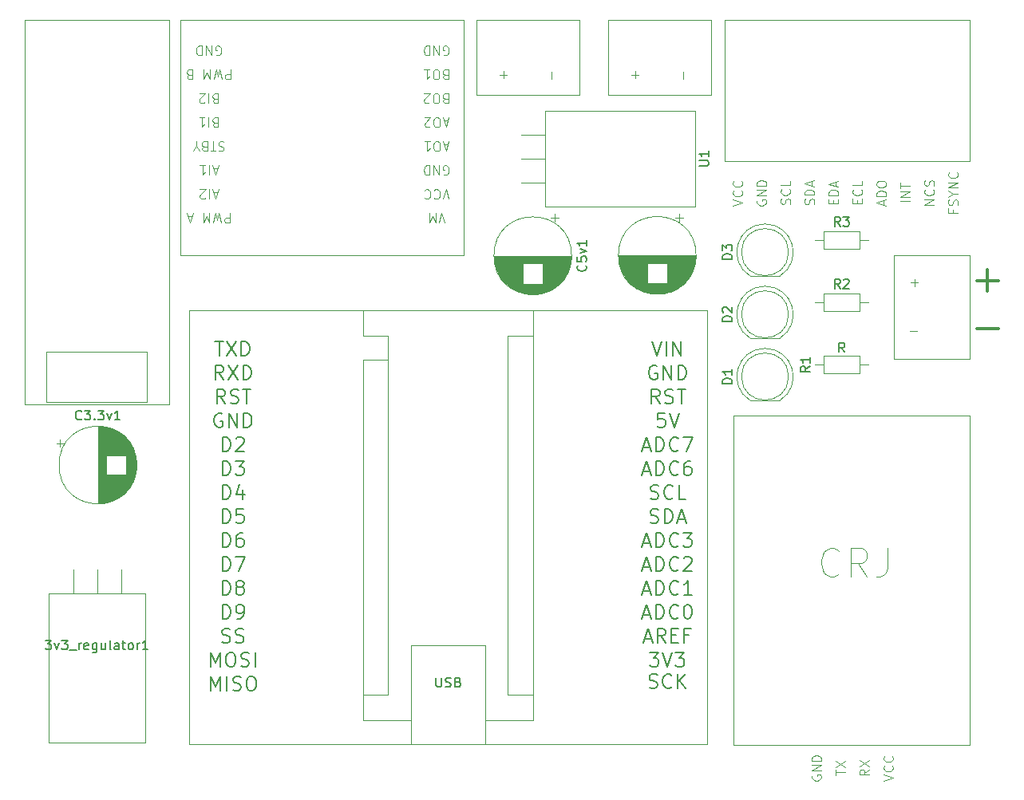
<source format=gbr>
%TF.GenerationSoftware,KiCad,Pcbnew,8.0.3*%
%TF.CreationDate,2024-06-28T16:15:32+02:00*%
%TF.ProjectId,remote controll_v1,72656d6f-7465-4206-936f-6e74726f6c6c,rev?*%
%TF.SameCoordinates,Original*%
%TF.FileFunction,Legend,Top*%
%TF.FilePolarity,Positive*%
%FSLAX46Y46*%
G04 Gerber Fmt 4.6, Leading zero omitted, Abs format (unit mm)*
G04 Created by KiCad (PCBNEW 8.0.3) date 2024-06-28 16:15:32*
%MOMM*%
%LPD*%
G01*
G04 APERTURE LIST*
%ADD10C,0.300000*%
%ADD11C,0.100000*%
%ADD12C,0.150000*%
%ADD13C,0.120000*%
G04 APERTURE END LIST*
D10*
X242166346Y-99312400D02*
X239880632Y-99312400D01*
X242166346Y-94232400D02*
X239880632Y-94232400D01*
X241023489Y-95375257D02*
X241023489Y-93089542D01*
D11*
X225252360Y-125325942D02*
X225109503Y-125468800D01*
X225109503Y-125468800D02*
X224680931Y-125611657D01*
X224680931Y-125611657D02*
X224395217Y-125611657D01*
X224395217Y-125611657D02*
X223966646Y-125468800D01*
X223966646Y-125468800D02*
X223680931Y-125183085D01*
X223680931Y-125183085D02*
X223538074Y-124897371D01*
X223538074Y-124897371D02*
X223395217Y-124325942D01*
X223395217Y-124325942D02*
X223395217Y-123897371D01*
X223395217Y-123897371D02*
X223538074Y-123325942D01*
X223538074Y-123325942D02*
X223680931Y-123040228D01*
X223680931Y-123040228D02*
X223966646Y-122754514D01*
X223966646Y-122754514D02*
X224395217Y-122611657D01*
X224395217Y-122611657D02*
X224680931Y-122611657D01*
X224680931Y-122611657D02*
X225109503Y-122754514D01*
X225109503Y-122754514D02*
X225252360Y-122897371D01*
X228252360Y-125611657D02*
X227252360Y-124183085D01*
X226538074Y-125611657D02*
X226538074Y-122611657D01*
X226538074Y-122611657D02*
X227680931Y-122611657D01*
X227680931Y-122611657D02*
X227966646Y-122754514D01*
X227966646Y-122754514D02*
X228109503Y-122897371D01*
X228109503Y-122897371D02*
X228252360Y-123183085D01*
X228252360Y-123183085D02*
X228252360Y-123611657D01*
X228252360Y-123611657D02*
X228109503Y-123897371D01*
X228109503Y-123897371D02*
X227966646Y-124040228D01*
X227966646Y-124040228D02*
X227680931Y-124183085D01*
X227680931Y-124183085D02*
X226538074Y-124183085D01*
X230395217Y-122611657D02*
X230395217Y-124754514D01*
X230395217Y-124754514D02*
X230252360Y-125183085D01*
X230252360Y-125183085D02*
X229966646Y-125468800D01*
X229966646Y-125468800D02*
X229538074Y-125611657D01*
X229538074Y-125611657D02*
X229252360Y-125611657D01*
X224924419Y-146707925D02*
X224924419Y-146136497D01*
X225924419Y-146422211D02*
X224924419Y-146422211D01*
X224924419Y-145898401D02*
X225924419Y-145231735D01*
X224924419Y-145231735D02*
X225924419Y-145898401D01*
X222432038Y-146707925D02*
X222384419Y-146803163D01*
X222384419Y-146803163D02*
X222384419Y-146946020D01*
X222384419Y-146946020D02*
X222432038Y-147088877D01*
X222432038Y-147088877D02*
X222527276Y-147184115D01*
X222527276Y-147184115D02*
X222622514Y-147231734D01*
X222622514Y-147231734D02*
X222812990Y-147279353D01*
X222812990Y-147279353D02*
X222955847Y-147279353D01*
X222955847Y-147279353D02*
X223146323Y-147231734D01*
X223146323Y-147231734D02*
X223241561Y-147184115D01*
X223241561Y-147184115D02*
X223336800Y-147088877D01*
X223336800Y-147088877D02*
X223384419Y-146946020D01*
X223384419Y-146946020D02*
X223384419Y-146850782D01*
X223384419Y-146850782D02*
X223336800Y-146707925D01*
X223336800Y-146707925D02*
X223289180Y-146660306D01*
X223289180Y-146660306D02*
X222955847Y-146660306D01*
X222955847Y-146660306D02*
X222955847Y-146850782D01*
X223384419Y-146231734D02*
X222384419Y-146231734D01*
X222384419Y-146231734D02*
X223384419Y-145660306D01*
X223384419Y-145660306D02*
X222384419Y-145660306D01*
X223384419Y-145184115D02*
X222384419Y-145184115D01*
X222384419Y-145184115D02*
X222384419Y-144946020D01*
X222384419Y-144946020D02*
X222432038Y-144803163D01*
X222432038Y-144803163D02*
X222527276Y-144707925D01*
X222527276Y-144707925D02*
X222622514Y-144660306D01*
X222622514Y-144660306D02*
X222812990Y-144612687D01*
X222812990Y-144612687D02*
X222955847Y-144612687D01*
X222955847Y-144612687D02*
X223146323Y-144660306D01*
X223146323Y-144660306D02*
X223241561Y-144707925D01*
X223241561Y-144707925D02*
X223336800Y-144803163D01*
X223336800Y-144803163D02*
X223384419Y-144946020D01*
X223384419Y-144946020D02*
X223384419Y-145184115D01*
X228464419Y-146112687D02*
X227988228Y-146446020D01*
X228464419Y-146684115D02*
X227464419Y-146684115D01*
X227464419Y-146684115D02*
X227464419Y-146303163D01*
X227464419Y-146303163D02*
X227512038Y-146207925D01*
X227512038Y-146207925D02*
X227559657Y-146160306D01*
X227559657Y-146160306D02*
X227654895Y-146112687D01*
X227654895Y-146112687D02*
X227797752Y-146112687D01*
X227797752Y-146112687D02*
X227892990Y-146160306D01*
X227892990Y-146160306D02*
X227940609Y-146207925D01*
X227940609Y-146207925D02*
X227988228Y-146303163D01*
X227988228Y-146303163D02*
X227988228Y-146684115D01*
X227464419Y-145779353D02*
X228464419Y-145112687D01*
X227464419Y-145112687D02*
X228464419Y-145779353D01*
X230004419Y-147279353D02*
X231004419Y-146946020D01*
X231004419Y-146946020D02*
X230004419Y-146612687D01*
X230909180Y-145707925D02*
X230956800Y-145755544D01*
X230956800Y-145755544D02*
X231004419Y-145898401D01*
X231004419Y-145898401D02*
X231004419Y-145993639D01*
X231004419Y-145993639D02*
X230956800Y-146136496D01*
X230956800Y-146136496D02*
X230861561Y-146231734D01*
X230861561Y-146231734D02*
X230766323Y-146279353D01*
X230766323Y-146279353D02*
X230575847Y-146326972D01*
X230575847Y-146326972D02*
X230432990Y-146326972D01*
X230432990Y-146326972D02*
X230242514Y-146279353D01*
X230242514Y-146279353D02*
X230147276Y-146231734D01*
X230147276Y-146231734D02*
X230052038Y-146136496D01*
X230052038Y-146136496D02*
X230004419Y-145993639D01*
X230004419Y-145993639D02*
X230004419Y-145898401D01*
X230004419Y-145898401D02*
X230052038Y-145755544D01*
X230052038Y-145755544D02*
X230099657Y-145707925D01*
X230909180Y-144707925D02*
X230956800Y-144755544D01*
X230956800Y-144755544D02*
X231004419Y-144898401D01*
X231004419Y-144898401D02*
X231004419Y-144993639D01*
X231004419Y-144993639D02*
X230956800Y-145136496D01*
X230956800Y-145136496D02*
X230861561Y-145231734D01*
X230861561Y-145231734D02*
X230766323Y-145279353D01*
X230766323Y-145279353D02*
X230575847Y-145326972D01*
X230575847Y-145326972D02*
X230432990Y-145326972D01*
X230432990Y-145326972D02*
X230242514Y-145279353D01*
X230242514Y-145279353D02*
X230147276Y-145231734D01*
X230147276Y-145231734D02*
X230052038Y-145136496D01*
X230052038Y-145136496D02*
X230004419Y-144993639D01*
X230004419Y-144993639D02*
X230004419Y-144898401D01*
X230004419Y-144898401D02*
X230052038Y-144755544D01*
X230052038Y-144755544D02*
X230099657Y-144707925D01*
D12*
X225385333Y-95054819D02*
X225052000Y-94578628D01*
X224813905Y-95054819D02*
X224813905Y-94054819D01*
X224813905Y-94054819D02*
X225194857Y-94054819D01*
X225194857Y-94054819D02*
X225290095Y-94102438D01*
X225290095Y-94102438D02*
X225337714Y-94150057D01*
X225337714Y-94150057D02*
X225385333Y-94245295D01*
X225385333Y-94245295D02*
X225385333Y-94388152D01*
X225385333Y-94388152D02*
X225337714Y-94483390D01*
X225337714Y-94483390D02*
X225290095Y-94531009D01*
X225290095Y-94531009D02*
X225194857Y-94578628D01*
X225194857Y-94578628D02*
X224813905Y-94578628D01*
X225766286Y-94150057D02*
X225813905Y-94102438D01*
X225813905Y-94102438D02*
X225909143Y-94054819D01*
X225909143Y-94054819D02*
X226147238Y-94054819D01*
X226147238Y-94054819D02*
X226242476Y-94102438D01*
X226242476Y-94102438D02*
X226290095Y-94150057D01*
X226290095Y-94150057D02*
X226337714Y-94245295D01*
X226337714Y-94245295D02*
X226337714Y-94340533D01*
X226337714Y-94340533D02*
X226290095Y-94483390D01*
X226290095Y-94483390D02*
X225718667Y-95054819D01*
X225718667Y-95054819D02*
X226337714Y-95054819D01*
X213918819Y-98533094D02*
X212918819Y-98533094D01*
X212918819Y-98533094D02*
X212918819Y-98294999D01*
X212918819Y-98294999D02*
X212966438Y-98152142D01*
X212966438Y-98152142D02*
X213061676Y-98056904D01*
X213061676Y-98056904D02*
X213156914Y-98009285D01*
X213156914Y-98009285D02*
X213347390Y-97961666D01*
X213347390Y-97961666D02*
X213490247Y-97961666D01*
X213490247Y-97961666D02*
X213680723Y-98009285D01*
X213680723Y-98009285D02*
X213775961Y-98056904D01*
X213775961Y-98056904D02*
X213871200Y-98152142D01*
X213871200Y-98152142D02*
X213918819Y-98294999D01*
X213918819Y-98294999D02*
X213918819Y-98533094D01*
X213014057Y-97580713D02*
X212966438Y-97533094D01*
X212966438Y-97533094D02*
X212918819Y-97437856D01*
X212918819Y-97437856D02*
X212918819Y-97199761D01*
X212918819Y-97199761D02*
X212966438Y-97104523D01*
X212966438Y-97104523D02*
X213014057Y-97056904D01*
X213014057Y-97056904D02*
X213109295Y-97009285D01*
X213109295Y-97009285D02*
X213204533Y-97009285D01*
X213204533Y-97009285D02*
X213347390Y-97056904D01*
X213347390Y-97056904D02*
X213918819Y-97628332D01*
X213918819Y-97628332D02*
X213918819Y-97009285D01*
X225385333Y-88450819D02*
X225052000Y-87974628D01*
X224813905Y-88450819D02*
X224813905Y-87450819D01*
X224813905Y-87450819D02*
X225194857Y-87450819D01*
X225194857Y-87450819D02*
X225290095Y-87498438D01*
X225290095Y-87498438D02*
X225337714Y-87546057D01*
X225337714Y-87546057D02*
X225385333Y-87641295D01*
X225385333Y-87641295D02*
X225385333Y-87784152D01*
X225385333Y-87784152D02*
X225337714Y-87879390D01*
X225337714Y-87879390D02*
X225290095Y-87927009D01*
X225290095Y-87927009D02*
X225194857Y-87974628D01*
X225194857Y-87974628D02*
X224813905Y-87974628D01*
X225718667Y-87450819D02*
X226337714Y-87450819D01*
X226337714Y-87450819D02*
X226004381Y-87831771D01*
X226004381Y-87831771D02*
X226147238Y-87831771D01*
X226147238Y-87831771D02*
X226242476Y-87879390D01*
X226242476Y-87879390D02*
X226290095Y-87927009D01*
X226290095Y-87927009D02*
X226337714Y-88022247D01*
X226337714Y-88022247D02*
X226337714Y-88260342D01*
X226337714Y-88260342D02*
X226290095Y-88355580D01*
X226290095Y-88355580D02*
X226242476Y-88403200D01*
X226242476Y-88403200D02*
X226147238Y-88450819D01*
X226147238Y-88450819D02*
X225861524Y-88450819D01*
X225861524Y-88450819D02*
X225766286Y-88403200D01*
X225766286Y-88403200D02*
X225718667Y-88355580D01*
D11*
X227194609Y-86020258D02*
X227194609Y-85686925D01*
X227718419Y-85544068D02*
X227718419Y-86020258D01*
X227718419Y-86020258D02*
X226718419Y-86020258D01*
X226718419Y-86020258D02*
X226718419Y-85544068D01*
X227623180Y-84544068D02*
X227670800Y-84591687D01*
X227670800Y-84591687D02*
X227718419Y-84734544D01*
X227718419Y-84734544D02*
X227718419Y-84829782D01*
X227718419Y-84829782D02*
X227670800Y-84972639D01*
X227670800Y-84972639D02*
X227575561Y-85067877D01*
X227575561Y-85067877D02*
X227480323Y-85115496D01*
X227480323Y-85115496D02*
X227289847Y-85163115D01*
X227289847Y-85163115D02*
X227146990Y-85163115D01*
X227146990Y-85163115D02*
X226956514Y-85115496D01*
X226956514Y-85115496D02*
X226861276Y-85067877D01*
X226861276Y-85067877D02*
X226766038Y-84972639D01*
X226766038Y-84972639D02*
X226718419Y-84829782D01*
X226718419Y-84829782D02*
X226718419Y-84734544D01*
X226718419Y-84734544D02*
X226766038Y-84591687D01*
X226766038Y-84591687D02*
X226813657Y-84544068D01*
X227718419Y-83639306D02*
X227718419Y-84115496D01*
X227718419Y-84115496D02*
X226718419Y-84115496D01*
X216606038Y-85663115D02*
X216558419Y-85758353D01*
X216558419Y-85758353D02*
X216558419Y-85901210D01*
X216558419Y-85901210D02*
X216606038Y-86044067D01*
X216606038Y-86044067D02*
X216701276Y-86139305D01*
X216701276Y-86139305D02*
X216796514Y-86186924D01*
X216796514Y-86186924D02*
X216986990Y-86234543D01*
X216986990Y-86234543D02*
X217129847Y-86234543D01*
X217129847Y-86234543D02*
X217320323Y-86186924D01*
X217320323Y-86186924D02*
X217415561Y-86139305D01*
X217415561Y-86139305D02*
X217510800Y-86044067D01*
X217510800Y-86044067D02*
X217558419Y-85901210D01*
X217558419Y-85901210D02*
X217558419Y-85805972D01*
X217558419Y-85805972D02*
X217510800Y-85663115D01*
X217510800Y-85663115D02*
X217463180Y-85615496D01*
X217463180Y-85615496D02*
X217129847Y-85615496D01*
X217129847Y-85615496D02*
X217129847Y-85805972D01*
X217558419Y-85186924D02*
X216558419Y-85186924D01*
X216558419Y-85186924D02*
X217558419Y-84615496D01*
X217558419Y-84615496D02*
X216558419Y-84615496D01*
X217558419Y-84139305D02*
X216558419Y-84139305D01*
X216558419Y-84139305D02*
X216558419Y-83901210D01*
X216558419Y-83901210D02*
X216606038Y-83758353D01*
X216606038Y-83758353D02*
X216701276Y-83663115D01*
X216701276Y-83663115D02*
X216796514Y-83615496D01*
X216796514Y-83615496D02*
X216986990Y-83567877D01*
X216986990Y-83567877D02*
X217129847Y-83567877D01*
X217129847Y-83567877D02*
X217320323Y-83615496D01*
X217320323Y-83615496D02*
X217415561Y-83663115D01*
X217415561Y-83663115D02*
X217510800Y-83758353D01*
X217510800Y-83758353D02*
X217558419Y-83901210D01*
X217558419Y-83901210D02*
X217558419Y-84139305D01*
X237354609Y-86686925D02*
X237354609Y-87020258D01*
X237878419Y-87020258D02*
X236878419Y-87020258D01*
X236878419Y-87020258D02*
X236878419Y-86544068D01*
X237830800Y-86210734D02*
X237878419Y-86067877D01*
X237878419Y-86067877D02*
X237878419Y-85829782D01*
X237878419Y-85829782D02*
X237830800Y-85734544D01*
X237830800Y-85734544D02*
X237783180Y-85686925D01*
X237783180Y-85686925D02*
X237687942Y-85639306D01*
X237687942Y-85639306D02*
X237592704Y-85639306D01*
X237592704Y-85639306D02*
X237497466Y-85686925D01*
X237497466Y-85686925D02*
X237449847Y-85734544D01*
X237449847Y-85734544D02*
X237402228Y-85829782D01*
X237402228Y-85829782D02*
X237354609Y-86020258D01*
X237354609Y-86020258D02*
X237306990Y-86115496D01*
X237306990Y-86115496D02*
X237259371Y-86163115D01*
X237259371Y-86163115D02*
X237164133Y-86210734D01*
X237164133Y-86210734D02*
X237068895Y-86210734D01*
X237068895Y-86210734D02*
X236973657Y-86163115D01*
X236973657Y-86163115D02*
X236926038Y-86115496D01*
X236926038Y-86115496D02*
X236878419Y-86020258D01*
X236878419Y-86020258D02*
X236878419Y-85782163D01*
X236878419Y-85782163D02*
X236926038Y-85639306D01*
X237402228Y-85020258D02*
X237878419Y-85020258D01*
X236878419Y-85353591D02*
X237402228Y-85020258D01*
X237402228Y-85020258D02*
X236878419Y-84686925D01*
X237878419Y-84353591D02*
X236878419Y-84353591D01*
X236878419Y-84353591D02*
X237878419Y-83782163D01*
X237878419Y-83782163D02*
X236878419Y-83782163D01*
X237783180Y-82734544D02*
X237830800Y-82782163D01*
X237830800Y-82782163D02*
X237878419Y-82925020D01*
X237878419Y-82925020D02*
X237878419Y-83020258D01*
X237878419Y-83020258D02*
X237830800Y-83163115D01*
X237830800Y-83163115D02*
X237735561Y-83258353D01*
X237735561Y-83258353D02*
X237640323Y-83305972D01*
X237640323Y-83305972D02*
X237449847Y-83353591D01*
X237449847Y-83353591D02*
X237306990Y-83353591D01*
X237306990Y-83353591D02*
X237116514Y-83305972D01*
X237116514Y-83305972D02*
X237021276Y-83258353D01*
X237021276Y-83258353D02*
X236926038Y-83163115D01*
X236926038Y-83163115D02*
X236878419Y-83020258D01*
X236878419Y-83020258D02*
X236878419Y-82925020D01*
X236878419Y-82925020D02*
X236926038Y-82782163D01*
X236926038Y-82782163D02*
X236973657Y-82734544D01*
X222590800Y-86115496D02*
X222638419Y-85972639D01*
X222638419Y-85972639D02*
X222638419Y-85734544D01*
X222638419Y-85734544D02*
X222590800Y-85639306D01*
X222590800Y-85639306D02*
X222543180Y-85591687D01*
X222543180Y-85591687D02*
X222447942Y-85544068D01*
X222447942Y-85544068D02*
X222352704Y-85544068D01*
X222352704Y-85544068D02*
X222257466Y-85591687D01*
X222257466Y-85591687D02*
X222209847Y-85639306D01*
X222209847Y-85639306D02*
X222162228Y-85734544D01*
X222162228Y-85734544D02*
X222114609Y-85925020D01*
X222114609Y-85925020D02*
X222066990Y-86020258D01*
X222066990Y-86020258D02*
X222019371Y-86067877D01*
X222019371Y-86067877D02*
X221924133Y-86115496D01*
X221924133Y-86115496D02*
X221828895Y-86115496D01*
X221828895Y-86115496D02*
X221733657Y-86067877D01*
X221733657Y-86067877D02*
X221686038Y-86020258D01*
X221686038Y-86020258D02*
X221638419Y-85925020D01*
X221638419Y-85925020D02*
X221638419Y-85686925D01*
X221638419Y-85686925D02*
X221686038Y-85544068D01*
X222638419Y-85115496D02*
X221638419Y-85115496D01*
X221638419Y-85115496D02*
X221638419Y-84877401D01*
X221638419Y-84877401D02*
X221686038Y-84734544D01*
X221686038Y-84734544D02*
X221781276Y-84639306D01*
X221781276Y-84639306D02*
X221876514Y-84591687D01*
X221876514Y-84591687D02*
X222066990Y-84544068D01*
X222066990Y-84544068D02*
X222209847Y-84544068D01*
X222209847Y-84544068D02*
X222400323Y-84591687D01*
X222400323Y-84591687D02*
X222495561Y-84639306D01*
X222495561Y-84639306D02*
X222590800Y-84734544D01*
X222590800Y-84734544D02*
X222638419Y-84877401D01*
X222638419Y-84877401D02*
X222638419Y-85115496D01*
X222352704Y-84163115D02*
X222352704Y-83686925D01*
X222638419Y-84258353D02*
X221638419Y-83925020D01*
X221638419Y-83925020D02*
X222638419Y-83591687D01*
X220050800Y-86091686D02*
X220098419Y-85948829D01*
X220098419Y-85948829D02*
X220098419Y-85710734D01*
X220098419Y-85710734D02*
X220050800Y-85615496D01*
X220050800Y-85615496D02*
X220003180Y-85567877D01*
X220003180Y-85567877D02*
X219907942Y-85520258D01*
X219907942Y-85520258D02*
X219812704Y-85520258D01*
X219812704Y-85520258D02*
X219717466Y-85567877D01*
X219717466Y-85567877D02*
X219669847Y-85615496D01*
X219669847Y-85615496D02*
X219622228Y-85710734D01*
X219622228Y-85710734D02*
X219574609Y-85901210D01*
X219574609Y-85901210D02*
X219526990Y-85996448D01*
X219526990Y-85996448D02*
X219479371Y-86044067D01*
X219479371Y-86044067D02*
X219384133Y-86091686D01*
X219384133Y-86091686D02*
X219288895Y-86091686D01*
X219288895Y-86091686D02*
X219193657Y-86044067D01*
X219193657Y-86044067D02*
X219146038Y-85996448D01*
X219146038Y-85996448D02*
X219098419Y-85901210D01*
X219098419Y-85901210D02*
X219098419Y-85663115D01*
X219098419Y-85663115D02*
X219146038Y-85520258D01*
X220003180Y-84520258D02*
X220050800Y-84567877D01*
X220050800Y-84567877D02*
X220098419Y-84710734D01*
X220098419Y-84710734D02*
X220098419Y-84805972D01*
X220098419Y-84805972D02*
X220050800Y-84948829D01*
X220050800Y-84948829D02*
X219955561Y-85044067D01*
X219955561Y-85044067D02*
X219860323Y-85091686D01*
X219860323Y-85091686D02*
X219669847Y-85139305D01*
X219669847Y-85139305D02*
X219526990Y-85139305D01*
X219526990Y-85139305D02*
X219336514Y-85091686D01*
X219336514Y-85091686D02*
X219241276Y-85044067D01*
X219241276Y-85044067D02*
X219146038Y-84948829D01*
X219146038Y-84948829D02*
X219098419Y-84805972D01*
X219098419Y-84805972D02*
X219098419Y-84710734D01*
X219098419Y-84710734D02*
X219146038Y-84567877D01*
X219146038Y-84567877D02*
X219193657Y-84520258D01*
X220098419Y-83615496D02*
X220098419Y-84091686D01*
X220098419Y-84091686D02*
X219098419Y-84091686D01*
X232798419Y-85805972D02*
X231798419Y-85805972D01*
X232798419Y-85329782D02*
X231798419Y-85329782D01*
X231798419Y-85329782D02*
X232798419Y-84758354D01*
X232798419Y-84758354D02*
X231798419Y-84758354D01*
X231798419Y-84425020D02*
X231798419Y-83853592D01*
X232798419Y-84139306D02*
X231798419Y-84139306D01*
X224654609Y-86044067D02*
X224654609Y-85710734D01*
X225178419Y-85567877D02*
X225178419Y-86044067D01*
X225178419Y-86044067D02*
X224178419Y-86044067D01*
X224178419Y-86044067D02*
X224178419Y-85567877D01*
X225178419Y-85139305D02*
X224178419Y-85139305D01*
X224178419Y-85139305D02*
X224178419Y-84901210D01*
X224178419Y-84901210D02*
X224226038Y-84758353D01*
X224226038Y-84758353D02*
X224321276Y-84663115D01*
X224321276Y-84663115D02*
X224416514Y-84615496D01*
X224416514Y-84615496D02*
X224606990Y-84567877D01*
X224606990Y-84567877D02*
X224749847Y-84567877D01*
X224749847Y-84567877D02*
X224940323Y-84615496D01*
X224940323Y-84615496D02*
X225035561Y-84663115D01*
X225035561Y-84663115D02*
X225130800Y-84758353D01*
X225130800Y-84758353D02*
X225178419Y-84901210D01*
X225178419Y-84901210D02*
X225178419Y-85139305D01*
X224892704Y-84186924D02*
X224892704Y-83710734D01*
X225178419Y-84282162D02*
X224178419Y-83948829D01*
X224178419Y-83948829D02*
X225178419Y-83615496D01*
X229972704Y-86163115D02*
X229972704Y-85686925D01*
X230258419Y-86258353D02*
X229258419Y-85925020D01*
X229258419Y-85925020D02*
X230258419Y-85591687D01*
X230258419Y-85258353D02*
X229258419Y-85258353D01*
X229258419Y-85258353D02*
X229258419Y-85020258D01*
X229258419Y-85020258D02*
X229306038Y-84877401D01*
X229306038Y-84877401D02*
X229401276Y-84782163D01*
X229401276Y-84782163D02*
X229496514Y-84734544D01*
X229496514Y-84734544D02*
X229686990Y-84686925D01*
X229686990Y-84686925D02*
X229829847Y-84686925D01*
X229829847Y-84686925D02*
X230020323Y-84734544D01*
X230020323Y-84734544D02*
X230115561Y-84782163D01*
X230115561Y-84782163D02*
X230210800Y-84877401D01*
X230210800Y-84877401D02*
X230258419Y-85020258D01*
X230258419Y-85020258D02*
X230258419Y-85258353D01*
X229258419Y-84067877D02*
X229258419Y-83877401D01*
X229258419Y-83877401D02*
X229306038Y-83782163D01*
X229306038Y-83782163D02*
X229401276Y-83686925D01*
X229401276Y-83686925D02*
X229591752Y-83639306D01*
X229591752Y-83639306D02*
X229925085Y-83639306D01*
X229925085Y-83639306D02*
X230115561Y-83686925D01*
X230115561Y-83686925D02*
X230210800Y-83782163D01*
X230210800Y-83782163D02*
X230258419Y-83877401D01*
X230258419Y-83877401D02*
X230258419Y-84067877D01*
X230258419Y-84067877D02*
X230210800Y-84163115D01*
X230210800Y-84163115D02*
X230115561Y-84258353D01*
X230115561Y-84258353D02*
X229925085Y-84305972D01*
X229925085Y-84305972D02*
X229591752Y-84305972D01*
X229591752Y-84305972D02*
X229401276Y-84258353D01*
X229401276Y-84258353D02*
X229306038Y-84163115D01*
X229306038Y-84163115D02*
X229258419Y-84067877D01*
X235338419Y-86163115D02*
X234338419Y-86163115D01*
X234338419Y-86163115D02*
X235338419Y-85591687D01*
X235338419Y-85591687D02*
X234338419Y-85591687D01*
X235243180Y-84544068D02*
X235290800Y-84591687D01*
X235290800Y-84591687D02*
X235338419Y-84734544D01*
X235338419Y-84734544D02*
X235338419Y-84829782D01*
X235338419Y-84829782D02*
X235290800Y-84972639D01*
X235290800Y-84972639D02*
X235195561Y-85067877D01*
X235195561Y-85067877D02*
X235100323Y-85115496D01*
X235100323Y-85115496D02*
X234909847Y-85163115D01*
X234909847Y-85163115D02*
X234766990Y-85163115D01*
X234766990Y-85163115D02*
X234576514Y-85115496D01*
X234576514Y-85115496D02*
X234481276Y-85067877D01*
X234481276Y-85067877D02*
X234386038Y-84972639D01*
X234386038Y-84972639D02*
X234338419Y-84829782D01*
X234338419Y-84829782D02*
X234338419Y-84734544D01*
X234338419Y-84734544D02*
X234386038Y-84591687D01*
X234386038Y-84591687D02*
X234433657Y-84544068D01*
X235290800Y-84163115D02*
X235338419Y-84020258D01*
X235338419Y-84020258D02*
X235338419Y-83782163D01*
X235338419Y-83782163D02*
X235290800Y-83686925D01*
X235290800Y-83686925D02*
X235243180Y-83639306D01*
X235243180Y-83639306D02*
X235147942Y-83591687D01*
X235147942Y-83591687D02*
X235052704Y-83591687D01*
X235052704Y-83591687D02*
X234957466Y-83639306D01*
X234957466Y-83639306D02*
X234909847Y-83686925D01*
X234909847Y-83686925D02*
X234862228Y-83782163D01*
X234862228Y-83782163D02*
X234814609Y-83972639D01*
X234814609Y-83972639D02*
X234766990Y-84067877D01*
X234766990Y-84067877D02*
X234719371Y-84115496D01*
X234719371Y-84115496D02*
X234624133Y-84163115D01*
X234624133Y-84163115D02*
X234528895Y-84163115D01*
X234528895Y-84163115D02*
X234433657Y-84115496D01*
X234433657Y-84115496D02*
X234386038Y-84067877D01*
X234386038Y-84067877D02*
X234338419Y-83972639D01*
X234338419Y-83972639D02*
X234338419Y-83734544D01*
X234338419Y-83734544D02*
X234386038Y-83591687D01*
X214018419Y-86234543D02*
X215018419Y-85901210D01*
X215018419Y-85901210D02*
X214018419Y-85567877D01*
X214923180Y-84663115D02*
X214970800Y-84710734D01*
X214970800Y-84710734D02*
X215018419Y-84853591D01*
X215018419Y-84853591D02*
X215018419Y-84948829D01*
X215018419Y-84948829D02*
X214970800Y-85091686D01*
X214970800Y-85091686D02*
X214875561Y-85186924D01*
X214875561Y-85186924D02*
X214780323Y-85234543D01*
X214780323Y-85234543D02*
X214589847Y-85282162D01*
X214589847Y-85282162D02*
X214446990Y-85282162D01*
X214446990Y-85282162D02*
X214256514Y-85234543D01*
X214256514Y-85234543D02*
X214161276Y-85186924D01*
X214161276Y-85186924D02*
X214066038Y-85091686D01*
X214066038Y-85091686D02*
X214018419Y-84948829D01*
X214018419Y-84948829D02*
X214018419Y-84853591D01*
X214018419Y-84853591D02*
X214066038Y-84710734D01*
X214066038Y-84710734D02*
X214113657Y-84663115D01*
X214923180Y-83663115D02*
X214970800Y-83710734D01*
X214970800Y-83710734D02*
X215018419Y-83853591D01*
X215018419Y-83853591D02*
X215018419Y-83948829D01*
X215018419Y-83948829D02*
X214970800Y-84091686D01*
X214970800Y-84091686D02*
X214875561Y-84186924D01*
X214875561Y-84186924D02*
X214780323Y-84234543D01*
X214780323Y-84234543D02*
X214589847Y-84282162D01*
X214589847Y-84282162D02*
X214446990Y-84282162D01*
X214446990Y-84282162D02*
X214256514Y-84234543D01*
X214256514Y-84234543D02*
X214161276Y-84186924D01*
X214161276Y-84186924D02*
X214066038Y-84091686D01*
X214066038Y-84091686D02*
X214018419Y-83948829D01*
X214018419Y-83948829D02*
X214018419Y-83853591D01*
X214018419Y-83853591D02*
X214066038Y-83710734D01*
X214066038Y-83710734D02*
X214113657Y-83663115D01*
D12*
X222196819Y-103295666D02*
X221720628Y-103628999D01*
X222196819Y-103867094D02*
X221196819Y-103867094D01*
X221196819Y-103867094D02*
X221196819Y-103486142D01*
X221196819Y-103486142D02*
X221244438Y-103390904D01*
X221244438Y-103390904D02*
X221292057Y-103343285D01*
X221292057Y-103343285D02*
X221387295Y-103295666D01*
X221387295Y-103295666D02*
X221530152Y-103295666D01*
X221530152Y-103295666D02*
X221625390Y-103343285D01*
X221625390Y-103343285D02*
X221673009Y-103390904D01*
X221673009Y-103390904D02*
X221720628Y-103486142D01*
X221720628Y-103486142D02*
X221720628Y-103867094D01*
X222196819Y-102343285D02*
X222196819Y-102914713D01*
X222196819Y-102628999D02*
X221196819Y-102628999D01*
X221196819Y-102628999D02*
X221339676Y-102724237D01*
X221339676Y-102724237D02*
X221434914Y-102819475D01*
X221434914Y-102819475D02*
X221482533Y-102914713D01*
X225861523Y-101805819D02*
X225528190Y-101329628D01*
X225290095Y-101805819D02*
X225290095Y-100805819D01*
X225290095Y-100805819D02*
X225671047Y-100805819D01*
X225671047Y-100805819D02*
X225766285Y-100853438D01*
X225766285Y-100853438D02*
X225813904Y-100901057D01*
X225813904Y-100901057D02*
X225861523Y-100996295D01*
X225861523Y-100996295D02*
X225861523Y-101139152D01*
X225861523Y-101139152D02*
X225813904Y-101234390D01*
X225813904Y-101234390D02*
X225766285Y-101282009D01*
X225766285Y-101282009D02*
X225671047Y-101329628D01*
X225671047Y-101329628D02*
X225290095Y-101329628D01*
D11*
X194817466Y-72821115D02*
X194817466Y-72059211D01*
X189279884Y-72362466D02*
X190041789Y-72362466D01*
X189660836Y-72743419D02*
X189660836Y-71981514D01*
X183465163Y-88076580D02*
X183131830Y-87076580D01*
X183131830Y-87076580D02*
X182798497Y-88076580D01*
X182465163Y-87076580D02*
X182465163Y-88076580D01*
X182465163Y-88076580D02*
X182131830Y-87362295D01*
X182131830Y-87362295D02*
X181798497Y-88076580D01*
X181798497Y-88076580D02*
X181798497Y-87076580D01*
X183488973Y-74900390D02*
X183346116Y-74852771D01*
X183346116Y-74852771D02*
X183298497Y-74805152D01*
X183298497Y-74805152D02*
X183250878Y-74709914D01*
X183250878Y-74709914D02*
X183250878Y-74567057D01*
X183250878Y-74567057D02*
X183298497Y-74471819D01*
X183298497Y-74471819D02*
X183346116Y-74424200D01*
X183346116Y-74424200D02*
X183441354Y-74376580D01*
X183441354Y-74376580D02*
X183822306Y-74376580D01*
X183822306Y-74376580D02*
X183822306Y-75376580D01*
X183822306Y-75376580D02*
X183488973Y-75376580D01*
X183488973Y-75376580D02*
X183393735Y-75328961D01*
X183393735Y-75328961D02*
X183346116Y-75281342D01*
X183346116Y-75281342D02*
X183298497Y-75186104D01*
X183298497Y-75186104D02*
X183298497Y-75090866D01*
X183298497Y-75090866D02*
X183346116Y-74995628D01*
X183346116Y-74995628D02*
X183393735Y-74948009D01*
X183393735Y-74948009D02*
X183488973Y-74900390D01*
X183488973Y-74900390D02*
X183822306Y-74900390D01*
X182631830Y-75376580D02*
X182441354Y-75376580D01*
X182441354Y-75376580D02*
X182346116Y-75328961D01*
X182346116Y-75328961D02*
X182250878Y-75233723D01*
X182250878Y-75233723D02*
X182203259Y-75043247D01*
X182203259Y-75043247D02*
X182203259Y-74709914D01*
X182203259Y-74709914D02*
X182250878Y-74519438D01*
X182250878Y-74519438D02*
X182346116Y-74424200D01*
X182346116Y-74424200D02*
X182441354Y-74376580D01*
X182441354Y-74376580D02*
X182631830Y-74376580D01*
X182631830Y-74376580D02*
X182727068Y-74424200D01*
X182727068Y-74424200D02*
X182822306Y-74519438D01*
X182822306Y-74519438D02*
X182869925Y-74709914D01*
X182869925Y-74709914D02*
X182869925Y-75043247D01*
X182869925Y-75043247D02*
X182822306Y-75233723D01*
X182822306Y-75233723D02*
X182727068Y-75328961D01*
X182727068Y-75328961D02*
X182631830Y-75376580D01*
X181822306Y-75281342D02*
X181774687Y-75328961D01*
X181774687Y-75328961D02*
X181679449Y-75376580D01*
X181679449Y-75376580D02*
X181441354Y-75376580D01*
X181441354Y-75376580D02*
X181346116Y-75328961D01*
X181346116Y-75328961D02*
X181298497Y-75281342D01*
X181298497Y-75281342D02*
X181250878Y-75186104D01*
X181250878Y-75186104D02*
X181250878Y-75090866D01*
X181250878Y-75090866D02*
X181298497Y-74948009D01*
X181298497Y-74948009D02*
X181869925Y-74376580D01*
X181869925Y-74376580D02*
X181250878Y-74376580D01*
X183322306Y-82948961D02*
X183417544Y-82996580D01*
X183417544Y-82996580D02*
X183560401Y-82996580D01*
X183560401Y-82996580D02*
X183703258Y-82948961D01*
X183703258Y-82948961D02*
X183798496Y-82853723D01*
X183798496Y-82853723D02*
X183846115Y-82758485D01*
X183846115Y-82758485D02*
X183893734Y-82568009D01*
X183893734Y-82568009D02*
X183893734Y-82425152D01*
X183893734Y-82425152D02*
X183846115Y-82234676D01*
X183846115Y-82234676D02*
X183798496Y-82139438D01*
X183798496Y-82139438D02*
X183703258Y-82044200D01*
X183703258Y-82044200D02*
X183560401Y-81996580D01*
X183560401Y-81996580D02*
X183465163Y-81996580D01*
X183465163Y-81996580D02*
X183322306Y-82044200D01*
X183322306Y-82044200D02*
X183274687Y-82091819D01*
X183274687Y-82091819D02*
X183274687Y-82425152D01*
X183274687Y-82425152D02*
X183465163Y-82425152D01*
X182846115Y-81996580D02*
X182846115Y-82996580D01*
X182846115Y-82996580D02*
X182274687Y-81996580D01*
X182274687Y-81996580D02*
X182274687Y-82996580D01*
X181798496Y-81996580D02*
X181798496Y-82996580D01*
X181798496Y-82996580D02*
X181560401Y-82996580D01*
X181560401Y-82996580D02*
X181417544Y-82948961D01*
X181417544Y-82948961D02*
X181322306Y-82853723D01*
X181322306Y-82853723D02*
X181274687Y-82758485D01*
X181274687Y-82758485D02*
X181227068Y-82568009D01*
X181227068Y-82568009D02*
X181227068Y-82425152D01*
X181227068Y-82425152D02*
X181274687Y-82234676D01*
X181274687Y-82234676D02*
X181322306Y-82139438D01*
X181322306Y-82139438D02*
X181417544Y-82044200D01*
X181417544Y-82044200D02*
X181560401Y-81996580D01*
X181560401Y-81996580D02*
X181798496Y-81996580D01*
X159374877Y-84822295D02*
X158898687Y-84822295D01*
X159470115Y-84536580D02*
X159136782Y-85536580D01*
X159136782Y-85536580D02*
X158803449Y-84536580D01*
X158470115Y-84536580D02*
X158470115Y-85536580D01*
X158041544Y-85441342D02*
X157993925Y-85488961D01*
X157993925Y-85488961D02*
X157898687Y-85536580D01*
X157898687Y-85536580D02*
X157660592Y-85536580D01*
X157660592Y-85536580D02*
X157565354Y-85488961D01*
X157565354Y-85488961D02*
X157517735Y-85441342D01*
X157517735Y-85441342D02*
X157470116Y-85346104D01*
X157470116Y-85346104D02*
X157470116Y-85250866D01*
X157470116Y-85250866D02*
X157517735Y-85108009D01*
X157517735Y-85108009D02*
X158089163Y-84536580D01*
X158089163Y-84536580D02*
X157470116Y-84536580D01*
X160017734Y-79504200D02*
X159874877Y-79456580D01*
X159874877Y-79456580D02*
X159636782Y-79456580D01*
X159636782Y-79456580D02*
X159541544Y-79504200D01*
X159541544Y-79504200D02*
X159493925Y-79551819D01*
X159493925Y-79551819D02*
X159446306Y-79647057D01*
X159446306Y-79647057D02*
X159446306Y-79742295D01*
X159446306Y-79742295D02*
X159493925Y-79837533D01*
X159493925Y-79837533D02*
X159541544Y-79885152D01*
X159541544Y-79885152D02*
X159636782Y-79932771D01*
X159636782Y-79932771D02*
X159827258Y-79980390D01*
X159827258Y-79980390D02*
X159922496Y-80028009D01*
X159922496Y-80028009D02*
X159970115Y-80075628D01*
X159970115Y-80075628D02*
X160017734Y-80170866D01*
X160017734Y-80170866D02*
X160017734Y-80266104D01*
X160017734Y-80266104D02*
X159970115Y-80361342D01*
X159970115Y-80361342D02*
X159922496Y-80408961D01*
X159922496Y-80408961D02*
X159827258Y-80456580D01*
X159827258Y-80456580D02*
X159589163Y-80456580D01*
X159589163Y-80456580D02*
X159446306Y-80408961D01*
X159160591Y-80456580D02*
X158589163Y-80456580D01*
X158874877Y-79456580D02*
X158874877Y-80456580D01*
X157922496Y-79980390D02*
X157779639Y-79932771D01*
X157779639Y-79932771D02*
X157732020Y-79885152D01*
X157732020Y-79885152D02*
X157684401Y-79789914D01*
X157684401Y-79789914D02*
X157684401Y-79647057D01*
X157684401Y-79647057D02*
X157732020Y-79551819D01*
X157732020Y-79551819D02*
X157779639Y-79504200D01*
X157779639Y-79504200D02*
X157874877Y-79456580D01*
X157874877Y-79456580D02*
X158255829Y-79456580D01*
X158255829Y-79456580D02*
X158255829Y-80456580D01*
X158255829Y-80456580D02*
X157922496Y-80456580D01*
X157922496Y-80456580D02*
X157827258Y-80408961D01*
X157827258Y-80408961D02*
X157779639Y-80361342D01*
X157779639Y-80361342D02*
X157732020Y-80266104D01*
X157732020Y-80266104D02*
X157732020Y-80170866D01*
X157732020Y-80170866D02*
X157779639Y-80075628D01*
X157779639Y-80075628D02*
X157827258Y-80028009D01*
X157827258Y-80028009D02*
X157922496Y-79980390D01*
X157922496Y-79980390D02*
X158255829Y-79980390D01*
X157065353Y-79932771D02*
X157065353Y-79456580D01*
X157398686Y-80456580D02*
X157065353Y-79932771D01*
X157065353Y-79932771D02*
X156732020Y-80456580D01*
X159065353Y-74900390D02*
X158922496Y-74852771D01*
X158922496Y-74852771D02*
X158874877Y-74805152D01*
X158874877Y-74805152D02*
X158827258Y-74709914D01*
X158827258Y-74709914D02*
X158827258Y-74567057D01*
X158827258Y-74567057D02*
X158874877Y-74471819D01*
X158874877Y-74471819D02*
X158922496Y-74424200D01*
X158922496Y-74424200D02*
X159017734Y-74376580D01*
X159017734Y-74376580D02*
X159398686Y-74376580D01*
X159398686Y-74376580D02*
X159398686Y-75376580D01*
X159398686Y-75376580D02*
X159065353Y-75376580D01*
X159065353Y-75376580D02*
X158970115Y-75328961D01*
X158970115Y-75328961D02*
X158922496Y-75281342D01*
X158922496Y-75281342D02*
X158874877Y-75186104D01*
X158874877Y-75186104D02*
X158874877Y-75090866D01*
X158874877Y-75090866D02*
X158922496Y-74995628D01*
X158922496Y-74995628D02*
X158970115Y-74948009D01*
X158970115Y-74948009D02*
X159065353Y-74900390D01*
X159065353Y-74900390D02*
X159398686Y-74900390D01*
X158398686Y-74376580D02*
X158398686Y-75376580D01*
X157970115Y-75281342D02*
X157922496Y-75328961D01*
X157922496Y-75328961D02*
X157827258Y-75376580D01*
X157827258Y-75376580D02*
X157589163Y-75376580D01*
X157589163Y-75376580D02*
X157493925Y-75328961D01*
X157493925Y-75328961D02*
X157446306Y-75281342D01*
X157446306Y-75281342D02*
X157398687Y-75186104D01*
X157398687Y-75186104D02*
X157398687Y-75090866D01*
X157398687Y-75090866D02*
X157446306Y-74948009D01*
X157446306Y-74948009D02*
X158017734Y-74376580D01*
X158017734Y-74376580D02*
X157398687Y-74376580D01*
X159065353Y-77440390D02*
X158922496Y-77392771D01*
X158922496Y-77392771D02*
X158874877Y-77345152D01*
X158874877Y-77345152D02*
X158827258Y-77249914D01*
X158827258Y-77249914D02*
X158827258Y-77107057D01*
X158827258Y-77107057D02*
X158874877Y-77011819D01*
X158874877Y-77011819D02*
X158922496Y-76964200D01*
X158922496Y-76964200D02*
X159017734Y-76916580D01*
X159017734Y-76916580D02*
X159398686Y-76916580D01*
X159398686Y-76916580D02*
X159398686Y-77916580D01*
X159398686Y-77916580D02*
X159065353Y-77916580D01*
X159065353Y-77916580D02*
X158970115Y-77868961D01*
X158970115Y-77868961D02*
X158922496Y-77821342D01*
X158922496Y-77821342D02*
X158874877Y-77726104D01*
X158874877Y-77726104D02*
X158874877Y-77630866D01*
X158874877Y-77630866D02*
X158922496Y-77535628D01*
X158922496Y-77535628D02*
X158970115Y-77488009D01*
X158970115Y-77488009D02*
X159065353Y-77440390D01*
X159065353Y-77440390D02*
X159398686Y-77440390D01*
X158398686Y-76916580D02*
X158398686Y-77916580D01*
X157398687Y-76916580D02*
X157970115Y-76916580D01*
X157684401Y-76916580D02*
X157684401Y-77916580D01*
X157684401Y-77916580D02*
X157779639Y-77773723D01*
X157779639Y-77773723D02*
X157874877Y-77678485D01*
X157874877Y-77678485D02*
X157970115Y-77630866D01*
X183322306Y-70248961D02*
X183417544Y-70296580D01*
X183417544Y-70296580D02*
X183560401Y-70296580D01*
X183560401Y-70296580D02*
X183703258Y-70248961D01*
X183703258Y-70248961D02*
X183798496Y-70153723D01*
X183798496Y-70153723D02*
X183846115Y-70058485D01*
X183846115Y-70058485D02*
X183893734Y-69868009D01*
X183893734Y-69868009D02*
X183893734Y-69725152D01*
X183893734Y-69725152D02*
X183846115Y-69534676D01*
X183846115Y-69534676D02*
X183798496Y-69439438D01*
X183798496Y-69439438D02*
X183703258Y-69344200D01*
X183703258Y-69344200D02*
X183560401Y-69296580D01*
X183560401Y-69296580D02*
X183465163Y-69296580D01*
X183465163Y-69296580D02*
X183322306Y-69344200D01*
X183322306Y-69344200D02*
X183274687Y-69391819D01*
X183274687Y-69391819D02*
X183274687Y-69725152D01*
X183274687Y-69725152D02*
X183465163Y-69725152D01*
X182846115Y-69296580D02*
X182846115Y-70296580D01*
X182846115Y-70296580D02*
X182274687Y-69296580D01*
X182274687Y-69296580D02*
X182274687Y-70296580D01*
X181798496Y-69296580D02*
X181798496Y-70296580D01*
X181798496Y-70296580D02*
X181560401Y-70296580D01*
X181560401Y-70296580D02*
X181417544Y-70248961D01*
X181417544Y-70248961D02*
X181322306Y-70153723D01*
X181322306Y-70153723D02*
X181274687Y-70058485D01*
X181274687Y-70058485D02*
X181227068Y-69868009D01*
X181227068Y-69868009D02*
X181227068Y-69725152D01*
X181227068Y-69725152D02*
X181274687Y-69534676D01*
X181274687Y-69534676D02*
X181322306Y-69439438D01*
X181322306Y-69439438D02*
X181417544Y-69344200D01*
X181417544Y-69344200D02*
X181560401Y-69296580D01*
X181560401Y-69296580D02*
X181798496Y-69296580D01*
X160708210Y-71836580D02*
X160708210Y-72836580D01*
X160708210Y-72836580D02*
X160327258Y-72836580D01*
X160327258Y-72836580D02*
X160232020Y-72788961D01*
X160232020Y-72788961D02*
X160184401Y-72741342D01*
X160184401Y-72741342D02*
X160136782Y-72646104D01*
X160136782Y-72646104D02*
X160136782Y-72503247D01*
X160136782Y-72503247D02*
X160184401Y-72408009D01*
X160184401Y-72408009D02*
X160232020Y-72360390D01*
X160232020Y-72360390D02*
X160327258Y-72312771D01*
X160327258Y-72312771D02*
X160708210Y-72312771D01*
X159803448Y-72836580D02*
X159565353Y-71836580D01*
X159565353Y-71836580D02*
X159374877Y-72550866D01*
X159374877Y-72550866D02*
X159184401Y-71836580D01*
X159184401Y-71836580D02*
X158946306Y-72836580D01*
X158565353Y-71836580D02*
X158565353Y-72836580D01*
X158565353Y-72836580D02*
X158232020Y-72122295D01*
X158232020Y-72122295D02*
X157898687Y-72836580D01*
X157898687Y-72836580D02*
X157898687Y-71836580D01*
X156327258Y-72360390D02*
X156184401Y-72312771D01*
X156184401Y-72312771D02*
X156136782Y-72265152D01*
X156136782Y-72265152D02*
X156089163Y-72169914D01*
X156089163Y-72169914D02*
X156089163Y-72027057D01*
X156089163Y-72027057D02*
X156136782Y-71931819D01*
X156136782Y-71931819D02*
X156184401Y-71884200D01*
X156184401Y-71884200D02*
X156279639Y-71836580D01*
X156279639Y-71836580D02*
X156660591Y-71836580D01*
X156660591Y-71836580D02*
X156660591Y-72836580D01*
X156660591Y-72836580D02*
X156327258Y-72836580D01*
X156327258Y-72836580D02*
X156232020Y-72788961D01*
X156232020Y-72788961D02*
X156184401Y-72741342D01*
X156184401Y-72741342D02*
X156136782Y-72646104D01*
X156136782Y-72646104D02*
X156136782Y-72550866D01*
X156136782Y-72550866D02*
X156184401Y-72455628D01*
X156184401Y-72455628D02*
X156232020Y-72408009D01*
X156232020Y-72408009D02*
X156327258Y-72360390D01*
X156327258Y-72360390D02*
X156660591Y-72360390D01*
X183893734Y-85536580D02*
X183560401Y-84536580D01*
X183560401Y-84536580D02*
X183227068Y-85536580D01*
X182322306Y-84631819D02*
X182369925Y-84584200D01*
X182369925Y-84584200D02*
X182512782Y-84536580D01*
X182512782Y-84536580D02*
X182608020Y-84536580D01*
X182608020Y-84536580D02*
X182750877Y-84584200D01*
X182750877Y-84584200D02*
X182846115Y-84679438D01*
X182846115Y-84679438D02*
X182893734Y-84774676D01*
X182893734Y-84774676D02*
X182941353Y-84965152D01*
X182941353Y-84965152D02*
X182941353Y-85108009D01*
X182941353Y-85108009D02*
X182893734Y-85298485D01*
X182893734Y-85298485D02*
X182846115Y-85393723D01*
X182846115Y-85393723D02*
X182750877Y-85488961D01*
X182750877Y-85488961D02*
X182608020Y-85536580D01*
X182608020Y-85536580D02*
X182512782Y-85536580D01*
X182512782Y-85536580D02*
X182369925Y-85488961D01*
X182369925Y-85488961D02*
X182322306Y-85441342D01*
X181322306Y-84631819D02*
X181369925Y-84584200D01*
X181369925Y-84584200D02*
X181512782Y-84536580D01*
X181512782Y-84536580D02*
X181608020Y-84536580D01*
X181608020Y-84536580D02*
X181750877Y-84584200D01*
X181750877Y-84584200D02*
X181846115Y-84679438D01*
X181846115Y-84679438D02*
X181893734Y-84774676D01*
X181893734Y-84774676D02*
X181941353Y-84965152D01*
X181941353Y-84965152D02*
X181941353Y-85108009D01*
X181941353Y-85108009D02*
X181893734Y-85298485D01*
X181893734Y-85298485D02*
X181846115Y-85393723D01*
X181846115Y-85393723D02*
X181750877Y-85488961D01*
X181750877Y-85488961D02*
X181608020Y-85536580D01*
X181608020Y-85536580D02*
X181512782Y-85536580D01*
X181512782Y-85536580D02*
X181369925Y-85488961D01*
X181369925Y-85488961D02*
X181322306Y-85441342D01*
X160636782Y-87076580D02*
X160636782Y-88076580D01*
X160636782Y-88076580D02*
X160255830Y-88076580D01*
X160255830Y-88076580D02*
X160160592Y-88028961D01*
X160160592Y-88028961D02*
X160112973Y-87981342D01*
X160112973Y-87981342D02*
X160065354Y-87886104D01*
X160065354Y-87886104D02*
X160065354Y-87743247D01*
X160065354Y-87743247D02*
X160112973Y-87648009D01*
X160112973Y-87648009D02*
X160160592Y-87600390D01*
X160160592Y-87600390D02*
X160255830Y-87552771D01*
X160255830Y-87552771D02*
X160636782Y-87552771D01*
X159732020Y-88076580D02*
X159493925Y-87076580D01*
X159493925Y-87076580D02*
X159303449Y-87790866D01*
X159303449Y-87790866D02*
X159112973Y-87076580D01*
X159112973Y-87076580D02*
X158874878Y-88076580D01*
X158493925Y-87076580D02*
X158493925Y-88076580D01*
X158493925Y-88076580D02*
X158160592Y-87362295D01*
X158160592Y-87362295D02*
X157827259Y-88076580D01*
X157827259Y-88076580D02*
X157827259Y-87076580D01*
X156636782Y-87362295D02*
X156160592Y-87362295D01*
X156732020Y-87076580D02*
X156398687Y-88076580D01*
X156398687Y-88076580D02*
X156065354Y-87076580D01*
X159184401Y-70248961D02*
X159279639Y-70296580D01*
X159279639Y-70296580D02*
X159422496Y-70296580D01*
X159422496Y-70296580D02*
X159565353Y-70248961D01*
X159565353Y-70248961D02*
X159660591Y-70153723D01*
X159660591Y-70153723D02*
X159708210Y-70058485D01*
X159708210Y-70058485D02*
X159755829Y-69868009D01*
X159755829Y-69868009D02*
X159755829Y-69725152D01*
X159755829Y-69725152D02*
X159708210Y-69534676D01*
X159708210Y-69534676D02*
X159660591Y-69439438D01*
X159660591Y-69439438D02*
X159565353Y-69344200D01*
X159565353Y-69344200D02*
X159422496Y-69296580D01*
X159422496Y-69296580D02*
X159327258Y-69296580D01*
X159327258Y-69296580D02*
X159184401Y-69344200D01*
X159184401Y-69344200D02*
X159136782Y-69391819D01*
X159136782Y-69391819D02*
X159136782Y-69725152D01*
X159136782Y-69725152D02*
X159327258Y-69725152D01*
X158708210Y-69296580D02*
X158708210Y-70296580D01*
X158708210Y-70296580D02*
X158136782Y-69296580D01*
X158136782Y-69296580D02*
X158136782Y-70296580D01*
X157660591Y-69296580D02*
X157660591Y-70296580D01*
X157660591Y-70296580D02*
X157422496Y-70296580D01*
X157422496Y-70296580D02*
X157279639Y-70248961D01*
X157279639Y-70248961D02*
X157184401Y-70153723D01*
X157184401Y-70153723D02*
X157136782Y-70058485D01*
X157136782Y-70058485D02*
X157089163Y-69868009D01*
X157089163Y-69868009D02*
X157089163Y-69725152D01*
X157089163Y-69725152D02*
X157136782Y-69534676D01*
X157136782Y-69534676D02*
X157184401Y-69439438D01*
X157184401Y-69439438D02*
X157279639Y-69344200D01*
X157279639Y-69344200D02*
X157422496Y-69296580D01*
X157422496Y-69296580D02*
X157660591Y-69296580D01*
X183798496Y-79742295D02*
X183322306Y-79742295D01*
X183893734Y-79456580D02*
X183560401Y-80456580D01*
X183560401Y-80456580D02*
X183227068Y-79456580D01*
X182703258Y-80456580D02*
X182512782Y-80456580D01*
X182512782Y-80456580D02*
X182417544Y-80408961D01*
X182417544Y-80408961D02*
X182322306Y-80313723D01*
X182322306Y-80313723D02*
X182274687Y-80123247D01*
X182274687Y-80123247D02*
X182274687Y-79789914D01*
X182274687Y-79789914D02*
X182322306Y-79599438D01*
X182322306Y-79599438D02*
X182417544Y-79504200D01*
X182417544Y-79504200D02*
X182512782Y-79456580D01*
X182512782Y-79456580D02*
X182703258Y-79456580D01*
X182703258Y-79456580D02*
X182798496Y-79504200D01*
X182798496Y-79504200D02*
X182893734Y-79599438D01*
X182893734Y-79599438D02*
X182941353Y-79789914D01*
X182941353Y-79789914D02*
X182941353Y-80123247D01*
X182941353Y-80123247D02*
X182893734Y-80313723D01*
X182893734Y-80313723D02*
X182798496Y-80408961D01*
X182798496Y-80408961D02*
X182703258Y-80456580D01*
X181322306Y-79456580D02*
X181893734Y-79456580D01*
X181608020Y-79456580D02*
X181608020Y-80456580D01*
X181608020Y-80456580D02*
X181703258Y-80313723D01*
X181703258Y-80313723D02*
X181798496Y-80218485D01*
X181798496Y-80218485D02*
X181893734Y-80170866D01*
X159374877Y-82282295D02*
X158898687Y-82282295D01*
X159470115Y-81996580D02*
X159136782Y-82996580D01*
X159136782Y-82996580D02*
X158803449Y-81996580D01*
X158470115Y-81996580D02*
X158470115Y-82996580D01*
X157470116Y-81996580D02*
X158041544Y-81996580D01*
X157755830Y-81996580D02*
X157755830Y-82996580D01*
X157755830Y-82996580D02*
X157851068Y-82853723D01*
X157851068Y-82853723D02*
X157946306Y-82758485D01*
X157946306Y-82758485D02*
X158041544Y-82710866D01*
X183798496Y-77202295D02*
X183322306Y-77202295D01*
X183893734Y-76916580D02*
X183560401Y-77916580D01*
X183560401Y-77916580D02*
X183227068Y-76916580D01*
X182703258Y-77916580D02*
X182512782Y-77916580D01*
X182512782Y-77916580D02*
X182417544Y-77868961D01*
X182417544Y-77868961D02*
X182322306Y-77773723D01*
X182322306Y-77773723D02*
X182274687Y-77583247D01*
X182274687Y-77583247D02*
X182274687Y-77249914D01*
X182274687Y-77249914D02*
X182322306Y-77059438D01*
X182322306Y-77059438D02*
X182417544Y-76964200D01*
X182417544Y-76964200D02*
X182512782Y-76916580D01*
X182512782Y-76916580D02*
X182703258Y-76916580D01*
X182703258Y-76916580D02*
X182798496Y-76964200D01*
X182798496Y-76964200D02*
X182893734Y-77059438D01*
X182893734Y-77059438D02*
X182941353Y-77249914D01*
X182941353Y-77249914D02*
X182941353Y-77583247D01*
X182941353Y-77583247D02*
X182893734Y-77773723D01*
X182893734Y-77773723D02*
X182798496Y-77868961D01*
X182798496Y-77868961D02*
X182703258Y-77916580D01*
X181893734Y-77821342D02*
X181846115Y-77868961D01*
X181846115Y-77868961D02*
X181750877Y-77916580D01*
X181750877Y-77916580D02*
X181512782Y-77916580D01*
X181512782Y-77916580D02*
X181417544Y-77868961D01*
X181417544Y-77868961D02*
X181369925Y-77821342D01*
X181369925Y-77821342D02*
X181322306Y-77726104D01*
X181322306Y-77726104D02*
X181322306Y-77630866D01*
X181322306Y-77630866D02*
X181369925Y-77488009D01*
X181369925Y-77488009D02*
X181941353Y-76916580D01*
X181941353Y-76916580D02*
X181322306Y-76916580D01*
X183488973Y-72360390D02*
X183346116Y-72312771D01*
X183346116Y-72312771D02*
X183298497Y-72265152D01*
X183298497Y-72265152D02*
X183250878Y-72169914D01*
X183250878Y-72169914D02*
X183250878Y-72027057D01*
X183250878Y-72027057D02*
X183298497Y-71931819D01*
X183298497Y-71931819D02*
X183346116Y-71884200D01*
X183346116Y-71884200D02*
X183441354Y-71836580D01*
X183441354Y-71836580D02*
X183822306Y-71836580D01*
X183822306Y-71836580D02*
X183822306Y-72836580D01*
X183822306Y-72836580D02*
X183488973Y-72836580D01*
X183488973Y-72836580D02*
X183393735Y-72788961D01*
X183393735Y-72788961D02*
X183346116Y-72741342D01*
X183346116Y-72741342D02*
X183298497Y-72646104D01*
X183298497Y-72646104D02*
X183298497Y-72550866D01*
X183298497Y-72550866D02*
X183346116Y-72455628D01*
X183346116Y-72455628D02*
X183393735Y-72408009D01*
X183393735Y-72408009D02*
X183488973Y-72360390D01*
X183488973Y-72360390D02*
X183822306Y-72360390D01*
X182631830Y-72836580D02*
X182441354Y-72836580D01*
X182441354Y-72836580D02*
X182346116Y-72788961D01*
X182346116Y-72788961D02*
X182250878Y-72693723D01*
X182250878Y-72693723D02*
X182203259Y-72503247D01*
X182203259Y-72503247D02*
X182203259Y-72169914D01*
X182203259Y-72169914D02*
X182250878Y-71979438D01*
X182250878Y-71979438D02*
X182346116Y-71884200D01*
X182346116Y-71884200D02*
X182441354Y-71836580D01*
X182441354Y-71836580D02*
X182631830Y-71836580D01*
X182631830Y-71836580D02*
X182727068Y-71884200D01*
X182727068Y-71884200D02*
X182822306Y-71979438D01*
X182822306Y-71979438D02*
X182869925Y-72169914D01*
X182869925Y-72169914D02*
X182869925Y-72503247D01*
X182869925Y-72503247D02*
X182822306Y-72693723D01*
X182822306Y-72693723D02*
X182727068Y-72788961D01*
X182727068Y-72788961D02*
X182631830Y-72836580D01*
X181250878Y-71836580D02*
X181822306Y-71836580D01*
X181536592Y-71836580D02*
X181536592Y-72836580D01*
X181536592Y-72836580D02*
X181631830Y-72693723D01*
X181631830Y-72693723D02*
X181727068Y-72598485D01*
X181727068Y-72598485D02*
X181822306Y-72550866D01*
D12*
X213918819Y-105137094D02*
X212918819Y-105137094D01*
X212918819Y-105137094D02*
X212918819Y-104898999D01*
X212918819Y-104898999D02*
X212966438Y-104756142D01*
X212966438Y-104756142D02*
X213061676Y-104660904D01*
X213061676Y-104660904D02*
X213156914Y-104613285D01*
X213156914Y-104613285D02*
X213347390Y-104565666D01*
X213347390Y-104565666D02*
X213490247Y-104565666D01*
X213490247Y-104565666D02*
X213680723Y-104613285D01*
X213680723Y-104613285D02*
X213775961Y-104660904D01*
X213775961Y-104660904D02*
X213871200Y-104756142D01*
X213871200Y-104756142D02*
X213918819Y-104898999D01*
X213918819Y-104898999D02*
X213918819Y-105137094D01*
X213918819Y-103613285D02*
X213918819Y-104184713D01*
X213918819Y-103898999D02*
X212918819Y-103898999D01*
X212918819Y-103898999D02*
X213061676Y-103994237D01*
X213061676Y-103994237D02*
X213156914Y-104089475D01*
X213156914Y-104089475D02*
X213204533Y-104184713D01*
X198395580Y-92595809D02*
X198443200Y-92643428D01*
X198443200Y-92643428D02*
X198490819Y-92786285D01*
X198490819Y-92786285D02*
X198490819Y-92881523D01*
X198490819Y-92881523D02*
X198443200Y-93024380D01*
X198443200Y-93024380D02*
X198347961Y-93119618D01*
X198347961Y-93119618D02*
X198252723Y-93167237D01*
X198252723Y-93167237D02*
X198062247Y-93214856D01*
X198062247Y-93214856D02*
X197919390Y-93214856D01*
X197919390Y-93214856D02*
X197728914Y-93167237D01*
X197728914Y-93167237D02*
X197633676Y-93119618D01*
X197633676Y-93119618D02*
X197538438Y-93024380D01*
X197538438Y-93024380D02*
X197490819Y-92881523D01*
X197490819Y-92881523D02*
X197490819Y-92786285D01*
X197490819Y-92786285D02*
X197538438Y-92643428D01*
X197538438Y-92643428D02*
X197586057Y-92595809D01*
X197490819Y-91691047D02*
X197490819Y-92167237D01*
X197490819Y-92167237D02*
X197967009Y-92214856D01*
X197967009Y-92214856D02*
X197919390Y-92167237D01*
X197919390Y-92167237D02*
X197871771Y-92071999D01*
X197871771Y-92071999D02*
X197871771Y-91833904D01*
X197871771Y-91833904D02*
X197919390Y-91738666D01*
X197919390Y-91738666D02*
X197967009Y-91691047D01*
X197967009Y-91691047D02*
X198062247Y-91643428D01*
X198062247Y-91643428D02*
X198300342Y-91643428D01*
X198300342Y-91643428D02*
X198395580Y-91691047D01*
X198395580Y-91691047D02*
X198443200Y-91738666D01*
X198443200Y-91738666D02*
X198490819Y-91833904D01*
X198490819Y-91833904D02*
X198490819Y-92071999D01*
X198490819Y-92071999D02*
X198443200Y-92167237D01*
X198443200Y-92167237D02*
X198395580Y-92214856D01*
X197824152Y-91310094D02*
X198490819Y-91071999D01*
X198490819Y-91071999D02*
X197824152Y-90833904D01*
X198490819Y-89929142D02*
X198490819Y-90500570D01*
X198490819Y-90214856D02*
X197490819Y-90214856D01*
X197490819Y-90214856D02*
X197633676Y-90310094D01*
X197633676Y-90310094D02*
X197728914Y-90405332D01*
X197728914Y-90405332D02*
X197776533Y-90500570D01*
X205220683Y-133690628D02*
X206149255Y-133690628D01*
X206149255Y-133690628D02*
X205649255Y-134262057D01*
X205649255Y-134262057D02*
X205863540Y-134262057D01*
X205863540Y-134262057D02*
X206006398Y-134333485D01*
X206006398Y-134333485D02*
X206077826Y-134404914D01*
X206077826Y-134404914D02*
X206149255Y-134547771D01*
X206149255Y-134547771D02*
X206149255Y-134904914D01*
X206149255Y-134904914D02*
X206077826Y-135047771D01*
X206077826Y-135047771D02*
X206006398Y-135119200D01*
X206006398Y-135119200D02*
X205863540Y-135190628D01*
X205863540Y-135190628D02*
X205434969Y-135190628D01*
X205434969Y-135190628D02*
X205292112Y-135119200D01*
X205292112Y-135119200D02*
X205220683Y-135047771D01*
X206577826Y-133690628D02*
X207077826Y-135190628D01*
X207077826Y-135190628D02*
X207577826Y-133690628D01*
X207934968Y-133690628D02*
X208863540Y-133690628D01*
X208863540Y-133690628D02*
X208363540Y-134262057D01*
X208363540Y-134262057D02*
X208577825Y-134262057D01*
X208577825Y-134262057D02*
X208720683Y-134333485D01*
X208720683Y-134333485D02*
X208792111Y-134404914D01*
X208792111Y-134404914D02*
X208863540Y-134547771D01*
X208863540Y-134547771D02*
X208863540Y-134904914D01*
X208863540Y-134904914D02*
X208792111Y-135047771D01*
X208792111Y-135047771D02*
X208720683Y-135119200D01*
X208720683Y-135119200D02*
X208577825Y-135190628D01*
X208577825Y-135190628D02*
X208149254Y-135190628D01*
X208149254Y-135190628D02*
X208006397Y-135119200D01*
X208006397Y-135119200D02*
X207934968Y-135047771D01*
X158623825Y-135190628D02*
X158623825Y-133690628D01*
X158623825Y-133690628D02*
X159123825Y-134762057D01*
X159123825Y-134762057D02*
X159623825Y-133690628D01*
X159623825Y-133690628D02*
X159623825Y-135190628D01*
X160623826Y-133690628D02*
X160909540Y-133690628D01*
X160909540Y-133690628D02*
X161052397Y-133762057D01*
X161052397Y-133762057D02*
X161195254Y-133904914D01*
X161195254Y-133904914D02*
X161266683Y-134190628D01*
X161266683Y-134190628D02*
X161266683Y-134690628D01*
X161266683Y-134690628D02*
X161195254Y-134976342D01*
X161195254Y-134976342D02*
X161052397Y-135119200D01*
X161052397Y-135119200D02*
X160909540Y-135190628D01*
X160909540Y-135190628D02*
X160623826Y-135190628D01*
X160623826Y-135190628D02*
X160480969Y-135119200D01*
X160480969Y-135119200D02*
X160338111Y-134976342D01*
X160338111Y-134976342D02*
X160266683Y-134690628D01*
X160266683Y-134690628D02*
X160266683Y-134190628D01*
X160266683Y-134190628D02*
X160338111Y-133904914D01*
X160338111Y-133904914D02*
X160480969Y-133762057D01*
X160480969Y-133762057D02*
X160623826Y-133690628D01*
X161838112Y-135119200D02*
X162052398Y-135190628D01*
X162052398Y-135190628D02*
X162409540Y-135190628D01*
X162409540Y-135190628D02*
X162552398Y-135119200D01*
X162552398Y-135119200D02*
X162623826Y-135047771D01*
X162623826Y-135047771D02*
X162695255Y-134904914D01*
X162695255Y-134904914D02*
X162695255Y-134762057D01*
X162695255Y-134762057D02*
X162623826Y-134619200D01*
X162623826Y-134619200D02*
X162552398Y-134547771D01*
X162552398Y-134547771D02*
X162409540Y-134476342D01*
X162409540Y-134476342D02*
X162123826Y-134404914D01*
X162123826Y-134404914D02*
X161980969Y-134333485D01*
X161980969Y-134333485D02*
X161909540Y-134262057D01*
X161909540Y-134262057D02*
X161838112Y-134119200D01*
X161838112Y-134119200D02*
X161838112Y-133976342D01*
X161838112Y-133976342D02*
X161909540Y-133833485D01*
X161909540Y-133833485D02*
X161980969Y-133762057D01*
X161980969Y-133762057D02*
X162123826Y-133690628D01*
X162123826Y-133690628D02*
X162480969Y-133690628D01*
X162480969Y-133690628D02*
X162695255Y-133762057D01*
X163338111Y-135190628D02*
X163338111Y-133690628D01*
X204506398Y-127142057D02*
X205220684Y-127142057D01*
X204363541Y-127570628D02*
X204863541Y-126070628D01*
X204863541Y-126070628D02*
X205363541Y-127570628D01*
X205863540Y-127570628D02*
X205863540Y-126070628D01*
X205863540Y-126070628D02*
X206220683Y-126070628D01*
X206220683Y-126070628D02*
X206434969Y-126142057D01*
X206434969Y-126142057D02*
X206577826Y-126284914D01*
X206577826Y-126284914D02*
X206649255Y-126427771D01*
X206649255Y-126427771D02*
X206720683Y-126713485D01*
X206720683Y-126713485D02*
X206720683Y-126927771D01*
X206720683Y-126927771D02*
X206649255Y-127213485D01*
X206649255Y-127213485D02*
X206577826Y-127356342D01*
X206577826Y-127356342D02*
X206434969Y-127499200D01*
X206434969Y-127499200D02*
X206220683Y-127570628D01*
X206220683Y-127570628D02*
X205863540Y-127570628D01*
X208220683Y-127427771D02*
X208149255Y-127499200D01*
X208149255Y-127499200D02*
X207934969Y-127570628D01*
X207934969Y-127570628D02*
X207792112Y-127570628D01*
X207792112Y-127570628D02*
X207577826Y-127499200D01*
X207577826Y-127499200D02*
X207434969Y-127356342D01*
X207434969Y-127356342D02*
X207363540Y-127213485D01*
X207363540Y-127213485D02*
X207292112Y-126927771D01*
X207292112Y-126927771D02*
X207292112Y-126713485D01*
X207292112Y-126713485D02*
X207363540Y-126427771D01*
X207363540Y-126427771D02*
X207434969Y-126284914D01*
X207434969Y-126284914D02*
X207577826Y-126142057D01*
X207577826Y-126142057D02*
X207792112Y-126070628D01*
X207792112Y-126070628D02*
X207934969Y-126070628D01*
X207934969Y-126070628D02*
X208149255Y-126142057D01*
X208149255Y-126142057D02*
X208220683Y-126213485D01*
X209649255Y-127570628D02*
X208792112Y-127570628D01*
X209220683Y-127570628D02*
X209220683Y-126070628D01*
X209220683Y-126070628D02*
X209077826Y-126284914D01*
X209077826Y-126284914D02*
X208934969Y-126427771D01*
X208934969Y-126427771D02*
X208792112Y-126499200D01*
X159838112Y-132579200D02*
X160052398Y-132650628D01*
X160052398Y-132650628D02*
X160409540Y-132650628D01*
X160409540Y-132650628D02*
X160552398Y-132579200D01*
X160552398Y-132579200D02*
X160623826Y-132507771D01*
X160623826Y-132507771D02*
X160695255Y-132364914D01*
X160695255Y-132364914D02*
X160695255Y-132222057D01*
X160695255Y-132222057D02*
X160623826Y-132079200D01*
X160623826Y-132079200D02*
X160552398Y-132007771D01*
X160552398Y-132007771D02*
X160409540Y-131936342D01*
X160409540Y-131936342D02*
X160123826Y-131864914D01*
X160123826Y-131864914D02*
X159980969Y-131793485D01*
X159980969Y-131793485D02*
X159909540Y-131722057D01*
X159909540Y-131722057D02*
X159838112Y-131579200D01*
X159838112Y-131579200D02*
X159838112Y-131436342D01*
X159838112Y-131436342D02*
X159909540Y-131293485D01*
X159909540Y-131293485D02*
X159980969Y-131222057D01*
X159980969Y-131222057D02*
X160123826Y-131150628D01*
X160123826Y-131150628D02*
X160480969Y-131150628D01*
X160480969Y-131150628D02*
X160695255Y-131222057D01*
X161266683Y-132579200D02*
X161480969Y-132650628D01*
X161480969Y-132650628D02*
X161838111Y-132650628D01*
X161838111Y-132650628D02*
X161980969Y-132579200D01*
X161980969Y-132579200D02*
X162052397Y-132507771D01*
X162052397Y-132507771D02*
X162123826Y-132364914D01*
X162123826Y-132364914D02*
X162123826Y-132222057D01*
X162123826Y-132222057D02*
X162052397Y-132079200D01*
X162052397Y-132079200D02*
X161980969Y-132007771D01*
X161980969Y-132007771D02*
X161838111Y-131936342D01*
X161838111Y-131936342D02*
X161552397Y-131864914D01*
X161552397Y-131864914D02*
X161409540Y-131793485D01*
X161409540Y-131793485D02*
X161338111Y-131722057D01*
X161338111Y-131722057D02*
X161266683Y-131579200D01*
X161266683Y-131579200D02*
X161266683Y-131436342D01*
X161266683Y-131436342D02*
X161338111Y-131293485D01*
X161338111Y-131293485D02*
X161409540Y-131222057D01*
X161409540Y-131222057D02*
X161552397Y-131150628D01*
X161552397Y-131150628D02*
X161909540Y-131150628D01*
X161909540Y-131150628D02*
X162123826Y-131222057D01*
X205434969Y-100670628D02*
X205934969Y-102170628D01*
X205934969Y-102170628D02*
X206434969Y-100670628D01*
X206934968Y-102170628D02*
X206934968Y-100670628D01*
X207649254Y-102170628D02*
X207649254Y-100670628D01*
X207649254Y-100670628D02*
X208506397Y-102170628D01*
X208506397Y-102170628D02*
X208506397Y-100670628D01*
X206256397Y-107250628D02*
X205756397Y-106536342D01*
X205399254Y-107250628D02*
X205399254Y-105750628D01*
X205399254Y-105750628D02*
X205970683Y-105750628D01*
X205970683Y-105750628D02*
X206113540Y-105822057D01*
X206113540Y-105822057D02*
X206184969Y-105893485D01*
X206184969Y-105893485D02*
X206256397Y-106036342D01*
X206256397Y-106036342D02*
X206256397Y-106250628D01*
X206256397Y-106250628D02*
X206184969Y-106393485D01*
X206184969Y-106393485D02*
X206113540Y-106464914D01*
X206113540Y-106464914D02*
X205970683Y-106536342D01*
X205970683Y-106536342D02*
X205399254Y-106536342D01*
X206827826Y-107179200D02*
X207042112Y-107250628D01*
X207042112Y-107250628D02*
X207399254Y-107250628D01*
X207399254Y-107250628D02*
X207542112Y-107179200D01*
X207542112Y-107179200D02*
X207613540Y-107107771D01*
X207613540Y-107107771D02*
X207684969Y-106964914D01*
X207684969Y-106964914D02*
X207684969Y-106822057D01*
X207684969Y-106822057D02*
X207613540Y-106679200D01*
X207613540Y-106679200D02*
X207542112Y-106607771D01*
X207542112Y-106607771D02*
X207399254Y-106536342D01*
X207399254Y-106536342D02*
X207113540Y-106464914D01*
X207113540Y-106464914D02*
X206970683Y-106393485D01*
X206970683Y-106393485D02*
X206899254Y-106322057D01*
X206899254Y-106322057D02*
X206827826Y-106179200D01*
X206827826Y-106179200D02*
X206827826Y-106036342D01*
X206827826Y-106036342D02*
X206899254Y-105893485D01*
X206899254Y-105893485D02*
X206970683Y-105822057D01*
X206970683Y-105822057D02*
X207113540Y-105750628D01*
X207113540Y-105750628D02*
X207470683Y-105750628D01*
X207470683Y-105750628D02*
X207684969Y-105822057D01*
X208113540Y-105750628D02*
X208970683Y-105750628D01*
X208542111Y-107250628D02*
X208542111Y-105750628D01*
X206792112Y-108290628D02*
X206077826Y-108290628D01*
X206077826Y-108290628D02*
X206006398Y-109004914D01*
X206006398Y-109004914D02*
X206077826Y-108933485D01*
X206077826Y-108933485D02*
X206220684Y-108862057D01*
X206220684Y-108862057D02*
X206577826Y-108862057D01*
X206577826Y-108862057D02*
X206720684Y-108933485D01*
X206720684Y-108933485D02*
X206792112Y-109004914D01*
X206792112Y-109004914D02*
X206863541Y-109147771D01*
X206863541Y-109147771D02*
X206863541Y-109504914D01*
X206863541Y-109504914D02*
X206792112Y-109647771D01*
X206792112Y-109647771D02*
X206720684Y-109719200D01*
X206720684Y-109719200D02*
X206577826Y-109790628D01*
X206577826Y-109790628D02*
X206220684Y-109790628D01*
X206220684Y-109790628D02*
X206077826Y-109719200D01*
X206077826Y-109719200D02*
X206006398Y-109647771D01*
X207292112Y-108290628D02*
X207792112Y-109790628D01*
X207792112Y-109790628D02*
X208292112Y-108290628D01*
X204506398Y-111902057D02*
X205220684Y-111902057D01*
X204363541Y-112330628D02*
X204863541Y-110830628D01*
X204863541Y-110830628D02*
X205363541Y-112330628D01*
X205863540Y-112330628D02*
X205863540Y-110830628D01*
X205863540Y-110830628D02*
X206220683Y-110830628D01*
X206220683Y-110830628D02*
X206434969Y-110902057D01*
X206434969Y-110902057D02*
X206577826Y-111044914D01*
X206577826Y-111044914D02*
X206649255Y-111187771D01*
X206649255Y-111187771D02*
X206720683Y-111473485D01*
X206720683Y-111473485D02*
X206720683Y-111687771D01*
X206720683Y-111687771D02*
X206649255Y-111973485D01*
X206649255Y-111973485D02*
X206577826Y-112116342D01*
X206577826Y-112116342D02*
X206434969Y-112259200D01*
X206434969Y-112259200D02*
X206220683Y-112330628D01*
X206220683Y-112330628D02*
X205863540Y-112330628D01*
X208220683Y-112187771D02*
X208149255Y-112259200D01*
X208149255Y-112259200D02*
X207934969Y-112330628D01*
X207934969Y-112330628D02*
X207792112Y-112330628D01*
X207792112Y-112330628D02*
X207577826Y-112259200D01*
X207577826Y-112259200D02*
X207434969Y-112116342D01*
X207434969Y-112116342D02*
X207363540Y-111973485D01*
X207363540Y-111973485D02*
X207292112Y-111687771D01*
X207292112Y-111687771D02*
X207292112Y-111473485D01*
X207292112Y-111473485D02*
X207363540Y-111187771D01*
X207363540Y-111187771D02*
X207434969Y-111044914D01*
X207434969Y-111044914D02*
X207577826Y-110902057D01*
X207577826Y-110902057D02*
X207792112Y-110830628D01*
X207792112Y-110830628D02*
X207934969Y-110830628D01*
X207934969Y-110830628D02*
X208149255Y-110902057D01*
X208149255Y-110902057D02*
X208220683Y-110973485D01*
X208720683Y-110830628D02*
X209720683Y-110830628D01*
X209720683Y-110830628D02*
X209077826Y-112330628D01*
X182539952Y-136360819D02*
X182539952Y-137170342D01*
X182539952Y-137170342D02*
X182587571Y-137265580D01*
X182587571Y-137265580D02*
X182635190Y-137313200D01*
X182635190Y-137313200D02*
X182730428Y-137360819D01*
X182730428Y-137360819D02*
X182920904Y-137360819D01*
X182920904Y-137360819D02*
X183016142Y-137313200D01*
X183016142Y-137313200D02*
X183063761Y-137265580D01*
X183063761Y-137265580D02*
X183111380Y-137170342D01*
X183111380Y-137170342D02*
X183111380Y-136360819D01*
X183539952Y-137313200D02*
X183682809Y-137360819D01*
X183682809Y-137360819D02*
X183920904Y-137360819D01*
X183920904Y-137360819D02*
X184016142Y-137313200D01*
X184016142Y-137313200D02*
X184063761Y-137265580D01*
X184063761Y-137265580D02*
X184111380Y-137170342D01*
X184111380Y-137170342D02*
X184111380Y-137075104D01*
X184111380Y-137075104D02*
X184063761Y-136979866D01*
X184063761Y-136979866D02*
X184016142Y-136932247D01*
X184016142Y-136932247D02*
X183920904Y-136884628D01*
X183920904Y-136884628D02*
X183730428Y-136837009D01*
X183730428Y-136837009D02*
X183635190Y-136789390D01*
X183635190Y-136789390D02*
X183587571Y-136741771D01*
X183587571Y-136741771D02*
X183539952Y-136646533D01*
X183539952Y-136646533D02*
X183539952Y-136551295D01*
X183539952Y-136551295D02*
X183587571Y-136456057D01*
X183587571Y-136456057D02*
X183635190Y-136408438D01*
X183635190Y-136408438D02*
X183730428Y-136360819D01*
X183730428Y-136360819D02*
X183968523Y-136360819D01*
X183968523Y-136360819D02*
X184111380Y-136408438D01*
X184873285Y-136837009D02*
X185016142Y-136884628D01*
X185016142Y-136884628D02*
X185063761Y-136932247D01*
X185063761Y-136932247D02*
X185111380Y-137027485D01*
X185111380Y-137027485D02*
X185111380Y-137170342D01*
X185111380Y-137170342D02*
X185063761Y-137265580D01*
X185063761Y-137265580D02*
X185016142Y-137313200D01*
X185016142Y-137313200D02*
X184920904Y-137360819D01*
X184920904Y-137360819D02*
X184539952Y-137360819D01*
X184539952Y-137360819D02*
X184539952Y-136360819D01*
X184539952Y-136360819D02*
X184873285Y-136360819D01*
X184873285Y-136360819D02*
X184968523Y-136408438D01*
X184968523Y-136408438D02*
X185016142Y-136456057D01*
X185016142Y-136456057D02*
X185063761Y-136551295D01*
X185063761Y-136551295D02*
X185063761Y-136646533D01*
X185063761Y-136646533D02*
X185016142Y-136741771D01*
X185016142Y-136741771D02*
X184968523Y-136789390D01*
X184968523Y-136789390D02*
X184873285Y-136837009D01*
X184873285Y-136837009D02*
X184539952Y-136837009D01*
X159838112Y-108362057D02*
X159695255Y-108290628D01*
X159695255Y-108290628D02*
X159480969Y-108290628D01*
X159480969Y-108290628D02*
X159266683Y-108362057D01*
X159266683Y-108362057D02*
X159123826Y-108504914D01*
X159123826Y-108504914D02*
X159052397Y-108647771D01*
X159052397Y-108647771D02*
X158980969Y-108933485D01*
X158980969Y-108933485D02*
X158980969Y-109147771D01*
X158980969Y-109147771D02*
X159052397Y-109433485D01*
X159052397Y-109433485D02*
X159123826Y-109576342D01*
X159123826Y-109576342D02*
X159266683Y-109719200D01*
X159266683Y-109719200D02*
X159480969Y-109790628D01*
X159480969Y-109790628D02*
X159623826Y-109790628D01*
X159623826Y-109790628D02*
X159838112Y-109719200D01*
X159838112Y-109719200D02*
X159909540Y-109647771D01*
X159909540Y-109647771D02*
X159909540Y-109147771D01*
X159909540Y-109147771D02*
X159623826Y-109147771D01*
X160552397Y-109790628D02*
X160552397Y-108290628D01*
X160552397Y-108290628D02*
X161409540Y-109790628D01*
X161409540Y-109790628D02*
X161409540Y-108290628D01*
X162123826Y-109790628D02*
X162123826Y-108290628D01*
X162123826Y-108290628D02*
X162480969Y-108290628D01*
X162480969Y-108290628D02*
X162695255Y-108362057D01*
X162695255Y-108362057D02*
X162838112Y-108504914D01*
X162838112Y-108504914D02*
X162909541Y-108647771D01*
X162909541Y-108647771D02*
X162980969Y-108933485D01*
X162980969Y-108933485D02*
X162980969Y-109147771D01*
X162980969Y-109147771D02*
X162909541Y-109433485D01*
X162909541Y-109433485D02*
X162838112Y-109576342D01*
X162838112Y-109576342D02*
X162695255Y-109719200D01*
X162695255Y-109719200D02*
X162480969Y-109790628D01*
X162480969Y-109790628D02*
X162123826Y-109790628D01*
X159873826Y-130110628D02*
X159873826Y-128610628D01*
X159873826Y-128610628D02*
X160230969Y-128610628D01*
X160230969Y-128610628D02*
X160445255Y-128682057D01*
X160445255Y-128682057D02*
X160588112Y-128824914D01*
X160588112Y-128824914D02*
X160659541Y-128967771D01*
X160659541Y-128967771D02*
X160730969Y-129253485D01*
X160730969Y-129253485D02*
X160730969Y-129467771D01*
X160730969Y-129467771D02*
X160659541Y-129753485D01*
X160659541Y-129753485D02*
X160588112Y-129896342D01*
X160588112Y-129896342D02*
X160445255Y-130039200D01*
X160445255Y-130039200D02*
X160230969Y-130110628D01*
X160230969Y-130110628D02*
X159873826Y-130110628D01*
X161445255Y-130110628D02*
X161730969Y-130110628D01*
X161730969Y-130110628D02*
X161873826Y-130039200D01*
X161873826Y-130039200D02*
X161945255Y-129967771D01*
X161945255Y-129967771D02*
X162088112Y-129753485D01*
X162088112Y-129753485D02*
X162159541Y-129467771D01*
X162159541Y-129467771D02*
X162159541Y-128896342D01*
X162159541Y-128896342D02*
X162088112Y-128753485D01*
X162088112Y-128753485D02*
X162016684Y-128682057D01*
X162016684Y-128682057D02*
X161873826Y-128610628D01*
X161873826Y-128610628D02*
X161588112Y-128610628D01*
X161588112Y-128610628D02*
X161445255Y-128682057D01*
X161445255Y-128682057D02*
X161373826Y-128753485D01*
X161373826Y-128753485D02*
X161302398Y-128896342D01*
X161302398Y-128896342D02*
X161302398Y-129253485D01*
X161302398Y-129253485D02*
X161373826Y-129396342D01*
X161373826Y-129396342D02*
X161445255Y-129467771D01*
X161445255Y-129467771D02*
X161588112Y-129539200D01*
X161588112Y-129539200D02*
X161873826Y-129539200D01*
X161873826Y-129539200D02*
X162016684Y-129467771D01*
X162016684Y-129467771D02*
X162088112Y-129396342D01*
X162088112Y-129396342D02*
X162159541Y-129253485D01*
X205934969Y-103282057D02*
X205792112Y-103210628D01*
X205792112Y-103210628D02*
X205577826Y-103210628D01*
X205577826Y-103210628D02*
X205363540Y-103282057D01*
X205363540Y-103282057D02*
X205220683Y-103424914D01*
X205220683Y-103424914D02*
X205149254Y-103567771D01*
X205149254Y-103567771D02*
X205077826Y-103853485D01*
X205077826Y-103853485D02*
X205077826Y-104067771D01*
X205077826Y-104067771D02*
X205149254Y-104353485D01*
X205149254Y-104353485D02*
X205220683Y-104496342D01*
X205220683Y-104496342D02*
X205363540Y-104639200D01*
X205363540Y-104639200D02*
X205577826Y-104710628D01*
X205577826Y-104710628D02*
X205720683Y-104710628D01*
X205720683Y-104710628D02*
X205934969Y-104639200D01*
X205934969Y-104639200D02*
X206006397Y-104567771D01*
X206006397Y-104567771D02*
X206006397Y-104067771D01*
X206006397Y-104067771D02*
X205720683Y-104067771D01*
X206649254Y-104710628D02*
X206649254Y-103210628D01*
X206649254Y-103210628D02*
X207506397Y-104710628D01*
X207506397Y-104710628D02*
X207506397Y-103210628D01*
X208220683Y-104710628D02*
X208220683Y-103210628D01*
X208220683Y-103210628D02*
X208577826Y-103210628D01*
X208577826Y-103210628D02*
X208792112Y-103282057D01*
X208792112Y-103282057D02*
X208934969Y-103424914D01*
X208934969Y-103424914D02*
X209006398Y-103567771D01*
X209006398Y-103567771D02*
X209077826Y-103853485D01*
X209077826Y-103853485D02*
X209077826Y-104067771D01*
X209077826Y-104067771D02*
X209006398Y-104353485D01*
X209006398Y-104353485D02*
X208934969Y-104496342D01*
X208934969Y-104496342D02*
X208792112Y-104639200D01*
X208792112Y-104639200D02*
X208577826Y-104710628D01*
X208577826Y-104710628D02*
X208220683Y-104710628D01*
X205256398Y-119879200D02*
X205470684Y-119950628D01*
X205470684Y-119950628D02*
X205827826Y-119950628D01*
X205827826Y-119950628D02*
X205970684Y-119879200D01*
X205970684Y-119879200D02*
X206042112Y-119807771D01*
X206042112Y-119807771D02*
X206113541Y-119664914D01*
X206113541Y-119664914D02*
X206113541Y-119522057D01*
X206113541Y-119522057D02*
X206042112Y-119379200D01*
X206042112Y-119379200D02*
X205970684Y-119307771D01*
X205970684Y-119307771D02*
X205827826Y-119236342D01*
X205827826Y-119236342D02*
X205542112Y-119164914D01*
X205542112Y-119164914D02*
X205399255Y-119093485D01*
X205399255Y-119093485D02*
X205327826Y-119022057D01*
X205327826Y-119022057D02*
X205256398Y-118879200D01*
X205256398Y-118879200D02*
X205256398Y-118736342D01*
X205256398Y-118736342D02*
X205327826Y-118593485D01*
X205327826Y-118593485D02*
X205399255Y-118522057D01*
X205399255Y-118522057D02*
X205542112Y-118450628D01*
X205542112Y-118450628D02*
X205899255Y-118450628D01*
X205899255Y-118450628D02*
X206113541Y-118522057D01*
X206756397Y-119950628D02*
X206756397Y-118450628D01*
X206756397Y-118450628D02*
X207113540Y-118450628D01*
X207113540Y-118450628D02*
X207327826Y-118522057D01*
X207327826Y-118522057D02*
X207470683Y-118664914D01*
X207470683Y-118664914D02*
X207542112Y-118807771D01*
X207542112Y-118807771D02*
X207613540Y-119093485D01*
X207613540Y-119093485D02*
X207613540Y-119307771D01*
X207613540Y-119307771D02*
X207542112Y-119593485D01*
X207542112Y-119593485D02*
X207470683Y-119736342D01*
X207470683Y-119736342D02*
X207327826Y-119879200D01*
X207327826Y-119879200D02*
X207113540Y-119950628D01*
X207113540Y-119950628D02*
X206756397Y-119950628D01*
X208184969Y-119522057D02*
X208899255Y-119522057D01*
X208042112Y-119950628D02*
X208542112Y-118450628D01*
X208542112Y-118450628D02*
X209042112Y-119950628D01*
X159873826Y-119950628D02*
X159873826Y-118450628D01*
X159873826Y-118450628D02*
X160230969Y-118450628D01*
X160230969Y-118450628D02*
X160445255Y-118522057D01*
X160445255Y-118522057D02*
X160588112Y-118664914D01*
X160588112Y-118664914D02*
X160659541Y-118807771D01*
X160659541Y-118807771D02*
X160730969Y-119093485D01*
X160730969Y-119093485D02*
X160730969Y-119307771D01*
X160730969Y-119307771D02*
X160659541Y-119593485D01*
X160659541Y-119593485D02*
X160588112Y-119736342D01*
X160588112Y-119736342D02*
X160445255Y-119879200D01*
X160445255Y-119879200D02*
X160230969Y-119950628D01*
X160230969Y-119950628D02*
X159873826Y-119950628D01*
X162088112Y-118450628D02*
X161373826Y-118450628D01*
X161373826Y-118450628D02*
X161302398Y-119164914D01*
X161302398Y-119164914D02*
X161373826Y-119093485D01*
X161373826Y-119093485D02*
X161516684Y-119022057D01*
X161516684Y-119022057D02*
X161873826Y-119022057D01*
X161873826Y-119022057D02*
X162016684Y-119093485D01*
X162016684Y-119093485D02*
X162088112Y-119164914D01*
X162088112Y-119164914D02*
X162159541Y-119307771D01*
X162159541Y-119307771D02*
X162159541Y-119664914D01*
X162159541Y-119664914D02*
X162088112Y-119807771D01*
X162088112Y-119807771D02*
X162016684Y-119879200D01*
X162016684Y-119879200D02*
X161873826Y-119950628D01*
X161873826Y-119950628D02*
X161516684Y-119950628D01*
X161516684Y-119950628D02*
X161373826Y-119879200D01*
X161373826Y-119879200D02*
X161302398Y-119807771D01*
X158623825Y-137730628D02*
X158623825Y-136230628D01*
X158623825Y-136230628D02*
X159123825Y-137302057D01*
X159123825Y-137302057D02*
X159623825Y-136230628D01*
X159623825Y-136230628D02*
X159623825Y-137730628D01*
X160338111Y-137730628D02*
X160338111Y-136230628D01*
X160980969Y-137659200D02*
X161195255Y-137730628D01*
X161195255Y-137730628D02*
X161552397Y-137730628D01*
X161552397Y-137730628D02*
X161695255Y-137659200D01*
X161695255Y-137659200D02*
X161766683Y-137587771D01*
X161766683Y-137587771D02*
X161838112Y-137444914D01*
X161838112Y-137444914D02*
X161838112Y-137302057D01*
X161838112Y-137302057D02*
X161766683Y-137159200D01*
X161766683Y-137159200D02*
X161695255Y-137087771D01*
X161695255Y-137087771D02*
X161552397Y-137016342D01*
X161552397Y-137016342D02*
X161266683Y-136944914D01*
X161266683Y-136944914D02*
X161123826Y-136873485D01*
X161123826Y-136873485D02*
X161052397Y-136802057D01*
X161052397Y-136802057D02*
X160980969Y-136659200D01*
X160980969Y-136659200D02*
X160980969Y-136516342D01*
X160980969Y-136516342D02*
X161052397Y-136373485D01*
X161052397Y-136373485D02*
X161123826Y-136302057D01*
X161123826Y-136302057D02*
X161266683Y-136230628D01*
X161266683Y-136230628D02*
X161623826Y-136230628D01*
X161623826Y-136230628D02*
X161838112Y-136302057D01*
X162766683Y-136230628D02*
X163052397Y-136230628D01*
X163052397Y-136230628D02*
X163195254Y-136302057D01*
X163195254Y-136302057D02*
X163338111Y-136444914D01*
X163338111Y-136444914D02*
X163409540Y-136730628D01*
X163409540Y-136730628D02*
X163409540Y-137230628D01*
X163409540Y-137230628D02*
X163338111Y-137516342D01*
X163338111Y-137516342D02*
X163195254Y-137659200D01*
X163195254Y-137659200D02*
X163052397Y-137730628D01*
X163052397Y-137730628D02*
X162766683Y-137730628D01*
X162766683Y-137730628D02*
X162623826Y-137659200D01*
X162623826Y-137659200D02*
X162480968Y-137516342D01*
X162480968Y-137516342D02*
X162409540Y-137230628D01*
X162409540Y-137230628D02*
X162409540Y-136730628D01*
X162409540Y-136730628D02*
X162480968Y-136444914D01*
X162480968Y-136444914D02*
X162623826Y-136302057D01*
X162623826Y-136302057D02*
X162766683Y-136230628D01*
X159873826Y-122490628D02*
X159873826Y-120990628D01*
X159873826Y-120990628D02*
X160230969Y-120990628D01*
X160230969Y-120990628D02*
X160445255Y-121062057D01*
X160445255Y-121062057D02*
X160588112Y-121204914D01*
X160588112Y-121204914D02*
X160659541Y-121347771D01*
X160659541Y-121347771D02*
X160730969Y-121633485D01*
X160730969Y-121633485D02*
X160730969Y-121847771D01*
X160730969Y-121847771D02*
X160659541Y-122133485D01*
X160659541Y-122133485D02*
X160588112Y-122276342D01*
X160588112Y-122276342D02*
X160445255Y-122419200D01*
X160445255Y-122419200D02*
X160230969Y-122490628D01*
X160230969Y-122490628D02*
X159873826Y-122490628D01*
X162016684Y-120990628D02*
X161730969Y-120990628D01*
X161730969Y-120990628D02*
X161588112Y-121062057D01*
X161588112Y-121062057D02*
X161516684Y-121133485D01*
X161516684Y-121133485D02*
X161373826Y-121347771D01*
X161373826Y-121347771D02*
X161302398Y-121633485D01*
X161302398Y-121633485D02*
X161302398Y-122204914D01*
X161302398Y-122204914D02*
X161373826Y-122347771D01*
X161373826Y-122347771D02*
X161445255Y-122419200D01*
X161445255Y-122419200D02*
X161588112Y-122490628D01*
X161588112Y-122490628D02*
X161873826Y-122490628D01*
X161873826Y-122490628D02*
X162016684Y-122419200D01*
X162016684Y-122419200D02*
X162088112Y-122347771D01*
X162088112Y-122347771D02*
X162159541Y-122204914D01*
X162159541Y-122204914D02*
X162159541Y-121847771D01*
X162159541Y-121847771D02*
X162088112Y-121704914D01*
X162088112Y-121704914D02*
X162016684Y-121633485D01*
X162016684Y-121633485D02*
X161873826Y-121562057D01*
X161873826Y-121562057D02*
X161588112Y-121562057D01*
X161588112Y-121562057D02*
X161445255Y-121633485D01*
X161445255Y-121633485D02*
X161373826Y-121704914D01*
X161373826Y-121704914D02*
X161302398Y-121847771D01*
X159873826Y-112330628D02*
X159873826Y-110830628D01*
X159873826Y-110830628D02*
X160230969Y-110830628D01*
X160230969Y-110830628D02*
X160445255Y-110902057D01*
X160445255Y-110902057D02*
X160588112Y-111044914D01*
X160588112Y-111044914D02*
X160659541Y-111187771D01*
X160659541Y-111187771D02*
X160730969Y-111473485D01*
X160730969Y-111473485D02*
X160730969Y-111687771D01*
X160730969Y-111687771D02*
X160659541Y-111973485D01*
X160659541Y-111973485D02*
X160588112Y-112116342D01*
X160588112Y-112116342D02*
X160445255Y-112259200D01*
X160445255Y-112259200D02*
X160230969Y-112330628D01*
X160230969Y-112330628D02*
X159873826Y-112330628D01*
X161302398Y-110973485D02*
X161373826Y-110902057D01*
X161373826Y-110902057D02*
X161516684Y-110830628D01*
X161516684Y-110830628D02*
X161873826Y-110830628D01*
X161873826Y-110830628D02*
X162016684Y-110902057D01*
X162016684Y-110902057D02*
X162088112Y-110973485D01*
X162088112Y-110973485D02*
X162159541Y-111116342D01*
X162159541Y-111116342D02*
X162159541Y-111259200D01*
X162159541Y-111259200D02*
X162088112Y-111473485D01*
X162088112Y-111473485D02*
X161230969Y-112330628D01*
X161230969Y-112330628D02*
X162159541Y-112330628D01*
X159873826Y-114870628D02*
X159873826Y-113370628D01*
X159873826Y-113370628D02*
X160230969Y-113370628D01*
X160230969Y-113370628D02*
X160445255Y-113442057D01*
X160445255Y-113442057D02*
X160588112Y-113584914D01*
X160588112Y-113584914D02*
X160659541Y-113727771D01*
X160659541Y-113727771D02*
X160730969Y-114013485D01*
X160730969Y-114013485D02*
X160730969Y-114227771D01*
X160730969Y-114227771D02*
X160659541Y-114513485D01*
X160659541Y-114513485D02*
X160588112Y-114656342D01*
X160588112Y-114656342D02*
X160445255Y-114799200D01*
X160445255Y-114799200D02*
X160230969Y-114870628D01*
X160230969Y-114870628D02*
X159873826Y-114870628D01*
X161230969Y-113370628D02*
X162159541Y-113370628D01*
X162159541Y-113370628D02*
X161659541Y-113942057D01*
X161659541Y-113942057D02*
X161873826Y-113942057D01*
X161873826Y-113942057D02*
X162016684Y-114013485D01*
X162016684Y-114013485D02*
X162088112Y-114084914D01*
X162088112Y-114084914D02*
X162159541Y-114227771D01*
X162159541Y-114227771D02*
X162159541Y-114584914D01*
X162159541Y-114584914D02*
X162088112Y-114727771D01*
X162088112Y-114727771D02*
X162016684Y-114799200D01*
X162016684Y-114799200D02*
X161873826Y-114870628D01*
X161873826Y-114870628D02*
X161445255Y-114870628D01*
X161445255Y-114870628D02*
X161302398Y-114799200D01*
X161302398Y-114799200D02*
X161230969Y-114727771D01*
X159873826Y-125030628D02*
X159873826Y-123530628D01*
X159873826Y-123530628D02*
X160230969Y-123530628D01*
X160230969Y-123530628D02*
X160445255Y-123602057D01*
X160445255Y-123602057D02*
X160588112Y-123744914D01*
X160588112Y-123744914D02*
X160659541Y-123887771D01*
X160659541Y-123887771D02*
X160730969Y-124173485D01*
X160730969Y-124173485D02*
X160730969Y-124387771D01*
X160730969Y-124387771D02*
X160659541Y-124673485D01*
X160659541Y-124673485D02*
X160588112Y-124816342D01*
X160588112Y-124816342D02*
X160445255Y-124959200D01*
X160445255Y-124959200D02*
X160230969Y-125030628D01*
X160230969Y-125030628D02*
X159873826Y-125030628D01*
X161230969Y-123530628D02*
X162230969Y-123530628D01*
X162230969Y-123530628D02*
X161588112Y-125030628D01*
X159873826Y-117410628D02*
X159873826Y-115910628D01*
X159873826Y-115910628D02*
X160230969Y-115910628D01*
X160230969Y-115910628D02*
X160445255Y-115982057D01*
X160445255Y-115982057D02*
X160588112Y-116124914D01*
X160588112Y-116124914D02*
X160659541Y-116267771D01*
X160659541Y-116267771D02*
X160730969Y-116553485D01*
X160730969Y-116553485D02*
X160730969Y-116767771D01*
X160730969Y-116767771D02*
X160659541Y-117053485D01*
X160659541Y-117053485D02*
X160588112Y-117196342D01*
X160588112Y-117196342D02*
X160445255Y-117339200D01*
X160445255Y-117339200D02*
X160230969Y-117410628D01*
X160230969Y-117410628D02*
X159873826Y-117410628D01*
X162016684Y-116410628D02*
X162016684Y-117410628D01*
X161659541Y-115839200D02*
X161302398Y-116910628D01*
X161302398Y-116910628D02*
X162230969Y-116910628D01*
X159088112Y-100670628D02*
X159945255Y-100670628D01*
X159516683Y-102170628D02*
X159516683Y-100670628D01*
X160302397Y-100670628D02*
X161302397Y-102170628D01*
X161302397Y-100670628D02*
X160302397Y-102170628D01*
X161873825Y-102170628D02*
X161873825Y-100670628D01*
X161873825Y-100670628D02*
X162230968Y-100670628D01*
X162230968Y-100670628D02*
X162445254Y-100742057D01*
X162445254Y-100742057D02*
X162588111Y-100884914D01*
X162588111Y-100884914D02*
X162659540Y-101027771D01*
X162659540Y-101027771D02*
X162730968Y-101313485D01*
X162730968Y-101313485D02*
X162730968Y-101527771D01*
X162730968Y-101527771D02*
X162659540Y-101813485D01*
X162659540Y-101813485D02*
X162588111Y-101956342D01*
X162588111Y-101956342D02*
X162445254Y-102099200D01*
X162445254Y-102099200D02*
X162230968Y-102170628D01*
X162230968Y-102170628D02*
X161873825Y-102170628D01*
X160159540Y-107250628D02*
X159659540Y-106536342D01*
X159302397Y-107250628D02*
X159302397Y-105750628D01*
X159302397Y-105750628D02*
X159873826Y-105750628D01*
X159873826Y-105750628D02*
X160016683Y-105822057D01*
X160016683Y-105822057D02*
X160088112Y-105893485D01*
X160088112Y-105893485D02*
X160159540Y-106036342D01*
X160159540Y-106036342D02*
X160159540Y-106250628D01*
X160159540Y-106250628D02*
X160088112Y-106393485D01*
X160088112Y-106393485D02*
X160016683Y-106464914D01*
X160016683Y-106464914D02*
X159873826Y-106536342D01*
X159873826Y-106536342D02*
X159302397Y-106536342D01*
X160730969Y-107179200D02*
X160945255Y-107250628D01*
X160945255Y-107250628D02*
X161302397Y-107250628D01*
X161302397Y-107250628D02*
X161445255Y-107179200D01*
X161445255Y-107179200D02*
X161516683Y-107107771D01*
X161516683Y-107107771D02*
X161588112Y-106964914D01*
X161588112Y-106964914D02*
X161588112Y-106822057D01*
X161588112Y-106822057D02*
X161516683Y-106679200D01*
X161516683Y-106679200D02*
X161445255Y-106607771D01*
X161445255Y-106607771D02*
X161302397Y-106536342D01*
X161302397Y-106536342D02*
X161016683Y-106464914D01*
X161016683Y-106464914D02*
X160873826Y-106393485D01*
X160873826Y-106393485D02*
X160802397Y-106322057D01*
X160802397Y-106322057D02*
X160730969Y-106179200D01*
X160730969Y-106179200D02*
X160730969Y-106036342D01*
X160730969Y-106036342D02*
X160802397Y-105893485D01*
X160802397Y-105893485D02*
X160873826Y-105822057D01*
X160873826Y-105822057D02*
X161016683Y-105750628D01*
X161016683Y-105750628D02*
X161373826Y-105750628D01*
X161373826Y-105750628D02*
X161588112Y-105822057D01*
X162016683Y-105750628D02*
X162873826Y-105750628D01*
X162445254Y-107250628D02*
X162445254Y-105750628D01*
X204506398Y-124602057D02*
X205220684Y-124602057D01*
X204363541Y-125030628D02*
X204863541Y-123530628D01*
X204863541Y-123530628D02*
X205363541Y-125030628D01*
X205863540Y-125030628D02*
X205863540Y-123530628D01*
X205863540Y-123530628D02*
X206220683Y-123530628D01*
X206220683Y-123530628D02*
X206434969Y-123602057D01*
X206434969Y-123602057D02*
X206577826Y-123744914D01*
X206577826Y-123744914D02*
X206649255Y-123887771D01*
X206649255Y-123887771D02*
X206720683Y-124173485D01*
X206720683Y-124173485D02*
X206720683Y-124387771D01*
X206720683Y-124387771D02*
X206649255Y-124673485D01*
X206649255Y-124673485D02*
X206577826Y-124816342D01*
X206577826Y-124816342D02*
X206434969Y-124959200D01*
X206434969Y-124959200D02*
X206220683Y-125030628D01*
X206220683Y-125030628D02*
X205863540Y-125030628D01*
X208220683Y-124887771D02*
X208149255Y-124959200D01*
X208149255Y-124959200D02*
X207934969Y-125030628D01*
X207934969Y-125030628D02*
X207792112Y-125030628D01*
X207792112Y-125030628D02*
X207577826Y-124959200D01*
X207577826Y-124959200D02*
X207434969Y-124816342D01*
X207434969Y-124816342D02*
X207363540Y-124673485D01*
X207363540Y-124673485D02*
X207292112Y-124387771D01*
X207292112Y-124387771D02*
X207292112Y-124173485D01*
X207292112Y-124173485D02*
X207363540Y-123887771D01*
X207363540Y-123887771D02*
X207434969Y-123744914D01*
X207434969Y-123744914D02*
X207577826Y-123602057D01*
X207577826Y-123602057D02*
X207792112Y-123530628D01*
X207792112Y-123530628D02*
X207934969Y-123530628D01*
X207934969Y-123530628D02*
X208149255Y-123602057D01*
X208149255Y-123602057D02*
X208220683Y-123673485D01*
X208792112Y-123673485D02*
X208863540Y-123602057D01*
X208863540Y-123602057D02*
X209006398Y-123530628D01*
X209006398Y-123530628D02*
X209363540Y-123530628D01*
X209363540Y-123530628D02*
X209506398Y-123602057D01*
X209506398Y-123602057D02*
X209577826Y-123673485D01*
X209577826Y-123673485D02*
X209649255Y-123816342D01*
X209649255Y-123816342D02*
X209649255Y-123959200D01*
X209649255Y-123959200D02*
X209577826Y-124173485D01*
X209577826Y-124173485D02*
X208720683Y-125030628D01*
X208720683Y-125030628D02*
X209649255Y-125030628D01*
X204506398Y-129682057D02*
X205220684Y-129682057D01*
X204363541Y-130110628D02*
X204863541Y-128610628D01*
X204863541Y-128610628D02*
X205363541Y-130110628D01*
X205863540Y-130110628D02*
X205863540Y-128610628D01*
X205863540Y-128610628D02*
X206220683Y-128610628D01*
X206220683Y-128610628D02*
X206434969Y-128682057D01*
X206434969Y-128682057D02*
X206577826Y-128824914D01*
X206577826Y-128824914D02*
X206649255Y-128967771D01*
X206649255Y-128967771D02*
X206720683Y-129253485D01*
X206720683Y-129253485D02*
X206720683Y-129467771D01*
X206720683Y-129467771D02*
X206649255Y-129753485D01*
X206649255Y-129753485D02*
X206577826Y-129896342D01*
X206577826Y-129896342D02*
X206434969Y-130039200D01*
X206434969Y-130039200D02*
X206220683Y-130110628D01*
X206220683Y-130110628D02*
X205863540Y-130110628D01*
X208220683Y-129967771D02*
X208149255Y-130039200D01*
X208149255Y-130039200D02*
X207934969Y-130110628D01*
X207934969Y-130110628D02*
X207792112Y-130110628D01*
X207792112Y-130110628D02*
X207577826Y-130039200D01*
X207577826Y-130039200D02*
X207434969Y-129896342D01*
X207434969Y-129896342D02*
X207363540Y-129753485D01*
X207363540Y-129753485D02*
X207292112Y-129467771D01*
X207292112Y-129467771D02*
X207292112Y-129253485D01*
X207292112Y-129253485D02*
X207363540Y-128967771D01*
X207363540Y-128967771D02*
X207434969Y-128824914D01*
X207434969Y-128824914D02*
X207577826Y-128682057D01*
X207577826Y-128682057D02*
X207792112Y-128610628D01*
X207792112Y-128610628D02*
X207934969Y-128610628D01*
X207934969Y-128610628D02*
X208149255Y-128682057D01*
X208149255Y-128682057D02*
X208220683Y-128753485D01*
X209149255Y-128610628D02*
X209292112Y-128610628D01*
X209292112Y-128610628D02*
X209434969Y-128682057D01*
X209434969Y-128682057D02*
X209506398Y-128753485D01*
X209506398Y-128753485D02*
X209577826Y-128896342D01*
X209577826Y-128896342D02*
X209649255Y-129182057D01*
X209649255Y-129182057D02*
X209649255Y-129539200D01*
X209649255Y-129539200D02*
X209577826Y-129824914D01*
X209577826Y-129824914D02*
X209506398Y-129967771D01*
X209506398Y-129967771D02*
X209434969Y-130039200D01*
X209434969Y-130039200D02*
X209292112Y-130110628D01*
X209292112Y-130110628D02*
X209149255Y-130110628D01*
X209149255Y-130110628D02*
X209006398Y-130039200D01*
X209006398Y-130039200D02*
X208934969Y-129967771D01*
X208934969Y-129967771D02*
X208863540Y-129824914D01*
X208863540Y-129824914D02*
X208792112Y-129539200D01*
X208792112Y-129539200D02*
X208792112Y-129182057D01*
X208792112Y-129182057D02*
X208863540Y-128896342D01*
X208863540Y-128896342D02*
X208934969Y-128753485D01*
X208934969Y-128753485D02*
X209006398Y-128682057D01*
X209006398Y-128682057D02*
X209149255Y-128610628D01*
X159873826Y-127570628D02*
X159873826Y-126070628D01*
X159873826Y-126070628D02*
X160230969Y-126070628D01*
X160230969Y-126070628D02*
X160445255Y-126142057D01*
X160445255Y-126142057D02*
X160588112Y-126284914D01*
X160588112Y-126284914D02*
X160659541Y-126427771D01*
X160659541Y-126427771D02*
X160730969Y-126713485D01*
X160730969Y-126713485D02*
X160730969Y-126927771D01*
X160730969Y-126927771D02*
X160659541Y-127213485D01*
X160659541Y-127213485D02*
X160588112Y-127356342D01*
X160588112Y-127356342D02*
X160445255Y-127499200D01*
X160445255Y-127499200D02*
X160230969Y-127570628D01*
X160230969Y-127570628D02*
X159873826Y-127570628D01*
X161588112Y-126713485D02*
X161445255Y-126642057D01*
X161445255Y-126642057D02*
X161373826Y-126570628D01*
X161373826Y-126570628D02*
X161302398Y-126427771D01*
X161302398Y-126427771D02*
X161302398Y-126356342D01*
X161302398Y-126356342D02*
X161373826Y-126213485D01*
X161373826Y-126213485D02*
X161445255Y-126142057D01*
X161445255Y-126142057D02*
X161588112Y-126070628D01*
X161588112Y-126070628D02*
X161873826Y-126070628D01*
X161873826Y-126070628D02*
X162016684Y-126142057D01*
X162016684Y-126142057D02*
X162088112Y-126213485D01*
X162088112Y-126213485D02*
X162159541Y-126356342D01*
X162159541Y-126356342D02*
X162159541Y-126427771D01*
X162159541Y-126427771D02*
X162088112Y-126570628D01*
X162088112Y-126570628D02*
X162016684Y-126642057D01*
X162016684Y-126642057D02*
X161873826Y-126713485D01*
X161873826Y-126713485D02*
X161588112Y-126713485D01*
X161588112Y-126713485D02*
X161445255Y-126784914D01*
X161445255Y-126784914D02*
X161373826Y-126856342D01*
X161373826Y-126856342D02*
X161302398Y-126999200D01*
X161302398Y-126999200D02*
X161302398Y-127284914D01*
X161302398Y-127284914D02*
X161373826Y-127427771D01*
X161373826Y-127427771D02*
X161445255Y-127499200D01*
X161445255Y-127499200D02*
X161588112Y-127570628D01*
X161588112Y-127570628D02*
X161873826Y-127570628D01*
X161873826Y-127570628D02*
X162016684Y-127499200D01*
X162016684Y-127499200D02*
X162088112Y-127427771D01*
X162088112Y-127427771D02*
X162159541Y-127284914D01*
X162159541Y-127284914D02*
X162159541Y-126999200D01*
X162159541Y-126999200D02*
X162088112Y-126856342D01*
X162088112Y-126856342D02*
X162016684Y-126784914D01*
X162016684Y-126784914D02*
X161873826Y-126713485D01*
X204506398Y-114442057D02*
X205220684Y-114442057D01*
X204363541Y-114870628D02*
X204863541Y-113370628D01*
X204863541Y-113370628D02*
X205363541Y-114870628D01*
X205863540Y-114870628D02*
X205863540Y-113370628D01*
X205863540Y-113370628D02*
X206220683Y-113370628D01*
X206220683Y-113370628D02*
X206434969Y-113442057D01*
X206434969Y-113442057D02*
X206577826Y-113584914D01*
X206577826Y-113584914D02*
X206649255Y-113727771D01*
X206649255Y-113727771D02*
X206720683Y-114013485D01*
X206720683Y-114013485D02*
X206720683Y-114227771D01*
X206720683Y-114227771D02*
X206649255Y-114513485D01*
X206649255Y-114513485D02*
X206577826Y-114656342D01*
X206577826Y-114656342D02*
X206434969Y-114799200D01*
X206434969Y-114799200D02*
X206220683Y-114870628D01*
X206220683Y-114870628D02*
X205863540Y-114870628D01*
X208220683Y-114727771D02*
X208149255Y-114799200D01*
X208149255Y-114799200D02*
X207934969Y-114870628D01*
X207934969Y-114870628D02*
X207792112Y-114870628D01*
X207792112Y-114870628D02*
X207577826Y-114799200D01*
X207577826Y-114799200D02*
X207434969Y-114656342D01*
X207434969Y-114656342D02*
X207363540Y-114513485D01*
X207363540Y-114513485D02*
X207292112Y-114227771D01*
X207292112Y-114227771D02*
X207292112Y-114013485D01*
X207292112Y-114013485D02*
X207363540Y-113727771D01*
X207363540Y-113727771D02*
X207434969Y-113584914D01*
X207434969Y-113584914D02*
X207577826Y-113442057D01*
X207577826Y-113442057D02*
X207792112Y-113370628D01*
X207792112Y-113370628D02*
X207934969Y-113370628D01*
X207934969Y-113370628D02*
X208149255Y-113442057D01*
X208149255Y-113442057D02*
X208220683Y-113513485D01*
X209506398Y-113370628D02*
X209220683Y-113370628D01*
X209220683Y-113370628D02*
X209077826Y-113442057D01*
X209077826Y-113442057D02*
X209006398Y-113513485D01*
X209006398Y-113513485D02*
X208863540Y-113727771D01*
X208863540Y-113727771D02*
X208792112Y-114013485D01*
X208792112Y-114013485D02*
X208792112Y-114584914D01*
X208792112Y-114584914D02*
X208863540Y-114727771D01*
X208863540Y-114727771D02*
X208934969Y-114799200D01*
X208934969Y-114799200D02*
X209077826Y-114870628D01*
X209077826Y-114870628D02*
X209363540Y-114870628D01*
X209363540Y-114870628D02*
X209506398Y-114799200D01*
X209506398Y-114799200D02*
X209577826Y-114727771D01*
X209577826Y-114727771D02*
X209649255Y-114584914D01*
X209649255Y-114584914D02*
X209649255Y-114227771D01*
X209649255Y-114227771D02*
X209577826Y-114084914D01*
X209577826Y-114084914D02*
X209506398Y-114013485D01*
X209506398Y-114013485D02*
X209363540Y-113942057D01*
X209363540Y-113942057D02*
X209077826Y-113942057D01*
X209077826Y-113942057D02*
X208934969Y-114013485D01*
X208934969Y-114013485D02*
X208863540Y-114084914D01*
X208863540Y-114084914D02*
X208792112Y-114227771D01*
X205292112Y-117339200D02*
X205506398Y-117410628D01*
X205506398Y-117410628D02*
X205863540Y-117410628D01*
X205863540Y-117410628D02*
X206006398Y-117339200D01*
X206006398Y-117339200D02*
X206077826Y-117267771D01*
X206077826Y-117267771D02*
X206149255Y-117124914D01*
X206149255Y-117124914D02*
X206149255Y-116982057D01*
X206149255Y-116982057D02*
X206077826Y-116839200D01*
X206077826Y-116839200D02*
X206006398Y-116767771D01*
X206006398Y-116767771D02*
X205863540Y-116696342D01*
X205863540Y-116696342D02*
X205577826Y-116624914D01*
X205577826Y-116624914D02*
X205434969Y-116553485D01*
X205434969Y-116553485D02*
X205363540Y-116482057D01*
X205363540Y-116482057D02*
X205292112Y-116339200D01*
X205292112Y-116339200D02*
X205292112Y-116196342D01*
X205292112Y-116196342D02*
X205363540Y-116053485D01*
X205363540Y-116053485D02*
X205434969Y-115982057D01*
X205434969Y-115982057D02*
X205577826Y-115910628D01*
X205577826Y-115910628D02*
X205934969Y-115910628D01*
X205934969Y-115910628D02*
X206149255Y-115982057D01*
X207649254Y-117267771D02*
X207577826Y-117339200D01*
X207577826Y-117339200D02*
X207363540Y-117410628D01*
X207363540Y-117410628D02*
X207220683Y-117410628D01*
X207220683Y-117410628D02*
X207006397Y-117339200D01*
X207006397Y-117339200D02*
X206863540Y-117196342D01*
X206863540Y-117196342D02*
X206792111Y-117053485D01*
X206792111Y-117053485D02*
X206720683Y-116767771D01*
X206720683Y-116767771D02*
X206720683Y-116553485D01*
X206720683Y-116553485D02*
X206792111Y-116267771D01*
X206792111Y-116267771D02*
X206863540Y-116124914D01*
X206863540Y-116124914D02*
X207006397Y-115982057D01*
X207006397Y-115982057D02*
X207220683Y-115910628D01*
X207220683Y-115910628D02*
X207363540Y-115910628D01*
X207363540Y-115910628D02*
X207577826Y-115982057D01*
X207577826Y-115982057D02*
X207649254Y-116053485D01*
X209006397Y-117410628D02*
X208292111Y-117410628D01*
X208292111Y-117410628D02*
X208292111Y-115910628D01*
X159980969Y-104710628D02*
X159480969Y-103996342D01*
X159123826Y-104710628D02*
X159123826Y-103210628D01*
X159123826Y-103210628D02*
X159695255Y-103210628D01*
X159695255Y-103210628D02*
X159838112Y-103282057D01*
X159838112Y-103282057D02*
X159909541Y-103353485D01*
X159909541Y-103353485D02*
X159980969Y-103496342D01*
X159980969Y-103496342D02*
X159980969Y-103710628D01*
X159980969Y-103710628D02*
X159909541Y-103853485D01*
X159909541Y-103853485D02*
X159838112Y-103924914D01*
X159838112Y-103924914D02*
X159695255Y-103996342D01*
X159695255Y-103996342D02*
X159123826Y-103996342D01*
X160480969Y-103210628D02*
X161480969Y-104710628D01*
X161480969Y-103210628D02*
X160480969Y-104710628D01*
X162052397Y-104710628D02*
X162052397Y-103210628D01*
X162052397Y-103210628D02*
X162409540Y-103210628D01*
X162409540Y-103210628D02*
X162623826Y-103282057D01*
X162623826Y-103282057D02*
X162766683Y-103424914D01*
X162766683Y-103424914D02*
X162838112Y-103567771D01*
X162838112Y-103567771D02*
X162909540Y-103853485D01*
X162909540Y-103853485D02*
X162909540Y-104067771D01*
X162909540Y-104067771D02*
X162838112Y-104353485D01*
X162838112Y-104353485D02*
X162766683Y-104496342D01*
X162766683Y-104496342D02*
X162623826Y-104639200D01*
X162623826Y-104639200D02*
X162409540Y-104710628D01*
X162409540Y-104710628D02*
X162052397Y-104710628D01*
X204506398Y-122062057D02*
X205220684Y-122062057D01*
X204363541Y-122490628D02*
X204863541Y-120990628D01*
X204863541Y-120990628D02*
X205363541Y-122490628D01*
X205863540Y-122490628D02*
X205863540Y-120990628D01*
X205863540Y-120990628D02*
X206220683Y-120990628D01*
X206220683Y-120990628D02*
X206434969Y-121062057D01*
X206434969Y-121062057D02*
X206577826Y-121204914D01*
X206577826Y-121204914D02*
X206649255Y-121347771D01*
X206649255Y-121347771D02*
X206720683Y-121633485D01*
X206720683Y-121633485D02*
X206720683Y-121847771D01*
X206720683Y-121847771D02*
X206649255Y-122133485D01*
X206649255Y-122133485D02*
X206577826Y-122276342D01*
X206577826Y-122276342D02*
X206434969Y-122419200D01*
X206434969Y-122419200D02*
X206220683Y-122490628D01*
X206220683Y-122490628D02*
X205863540Y-122490628D01*
X208220683Y-122347771D02*
X208149255Y-122419200D01*
X208149255Y-122419200D02*
X207934969Y-122490628D01*
X207934969Y-122490628D02*
X207792112Y-122490628D01*
X207792112Y-122490628D02*
X207577826Y-122419200D01*
X207577826Y-122419200D02*
X207434969Y-122276342D01*
X207434969Y-122276342D02*
X207363540Y-122133485D01*
X207363540Y-122133485D02*
X207292112Y-121847771D01*
X207292112Y-121847771D02*
X207292112Y-121633485D01*
X207292112Y-121633485D02*
X207363540Y-121347771D01*
X207363540Y-121347771D02*
X207434969Y-121204914D01*
X207434969Y-121204914D02*
X207577826Y-121062057D01*
X207577826Y-121062057D02*
X207792112Y-120990628D01*
X207792112Y-120990628D02*
X207934969Y-120990628D01*
X207934969Y-120990628D02*
X208149255Y-121062057D01*
X208149255Y-121062057D02*
X208220683Y-121133485D01*
X208720683Y-120990628D02*
X209649255Y-120990628D01*
X209649255Y-120990628D02*
X209149255Y-121562057D01*
X209149255Y-121562057D02*
X209363540Y-121562057D01*
X209363540Y-121562057D02*
X209506398Y-121633485D01*
X209506398Y-121633485D02*
X209577826Y-121704914D01*
X209577826Y-121704914D02*
X209649255Y-121847771D01*
X209649255Y-121847771D02*
X209649255Y-122204914D01*
X209649255Y-122204914D02*
X209577826Y-122347771D01*
X209577826Y-122347771D02*
X209506398Y-122419200D01*
X209506398Y-122419200D02*
X209363540Y-122490628D01*
X209363540Y-122490628D02*
X208934969Y-122490628D01*
X208934969Y-122490628D02*
X208792112Y-122419200D01*
X208792112Y-122419200D02*
X208720683Y-122347771D01*
X205149255Y-137405200D02*
X205363541Y-137476628D01*
X205363541Y-137476628D02*
X205720683Y-137476628D01*
X205720683Y-137476628D02*
X205863541Y-137405200D01*
X205863541Y-137405200D02*
X205934969Y-137333771D01*
X205934969Y-137333771D02*
X206006398Y-137190914D01*
X206006398Y-137190914D02*
X206006398Y-137048057D01*
X206006398Y-137048057D02*
X205934969Y-136905200D01*
X205934969Y-136905200D02*
X205863541Y-136833771D01*
X205863541Y-136833771D02*
X205720683Y-136762342D01*
X205720683Y-136762342D02*
X205434969Y-136690914D01*
X205434969Y-136690914D02*
X205292112Y-136619485D01*
X205292112Y-136619485D02*
X205220683Y-136548057D01*
X205220683Y-136548057D02*
X205149255Y-136405200D01*
X205149255Y-136405200D02*
X205149255Y-136262342D01*
X205149255Y-136262342D02*
X205220683Y-136119485D01*
X205220683Y-136119485D02*
X205292112Y-136048057D01*
X205292112Y-136048057D02*
X205434969Y-135976628D01*
X205434969Y-135976628D02*
X205792112Y-135976628D01*
X205792112Y-135976628D02*
X206006398Y-136048057D01*
X207506397Y-137333771D02*
X207434969Y-137405200D01*
X207434969Y-137405200D02*
X207220683Y-137476628D01*
X207220683Y-137476628D02*
X207077826Y-137476628D01*
X207077826Y-137476628D02*
X206863540Y-137405200D01*
X206863540Y-137405200D02*
X206720683Y-137262342D01*
X206720683Y-137262342D02*
X206649254Y-137119485D01*
X206649254Y-137119485D02*
X206577826Y-136833771D01*
X206577826Y-136833771D02*
X206577826Y-136619485D01*
X206577826Y-136619485D02*
X206649254Y-136333771D01*
X206649254Y-136333771D02*
X206720683Y-136190914D01*
X206720683Y-136190914D02*
X206863540Y-136048057D01*
X206863540Y-136048057D02*
X207077826Y-135976628D01*
X207077826Y-135976628D02*
X207220683Y-135976628D01*
X207220683Y-135976628D02*
X207434969Y-136048057D01*
X207434969Y-136048057D02*
X207506397Y-136119485D01*
X208149254Y-137476628D02*
X208149254Y-135976628D01*
X209006397Y-137476628D02*
X208363540Y-136619485D01*
X209006397Y-135976628D02*
X208149254Y-136833771D01*
X204649255Y-132222057D02*
X205363541Y-132222057D01*
X204506398Y-132650628D02*
X205006398Y-131150628D01*
X205006398Y-131150628D02*
X205506398Y-132650628D01*
X206863540Y-132650628D02*
X206363540Y-131936342D01*
X206006397Y-132650628D02*
X206006397Y-131150628D01*
X206006397Y-131150628D02*
X206577826Y-131150628D01*
X206577826Y-131150628D02*
X206720683Y-131222057D01*
X206720683Y-131222057D02*
X206792112Y-131293485D01*
X206792112Y-131293485D02*
X206863540Y-131436342D01*
X206863540Y-131436342D02*
X206863540Y-131650628D01*
X206863540Y-131650628D02*
X206792112Y-131793485D01*
X206792112Y-131793485D02*
X206720683Y-131864914D01*
X206720683Y-131864914D02*
X206577826Y-131936342D01*
X206577826Y-131936342D02*
X206006397Y-131936342D01*
X207506397Y-131864914D02*
X208006397Y-131864914D01*
X208220683Y-132650628D02*
X207506397Y-132650628D01*
X207506397Y-132650628D02*
X207506397Y-131150628D01*
X207506397Y-131150628D02*
X208220683Y-131150628D01*
X209363540Y-131864914D02*
X208863540Y-131864914D01*
X208863540Y-132650628D02*
X208863540Y-131150628D01*
X208863540Y-131150628D02*
X209577826Y-131150628D01*
D11*
X208787466Y-72821115D02*
X208787466Y-72059211D01*
X203249884Y-72362466D02*
X204011789Y-72362466D01*
X203630836Y-72743419D02*
X203630836Y-71981514D01*
D12*
X141105618Y-132380819D02*
X141724665Y-132380819D01*
X141724665Y-132380819D02*
X141391332Y-132761771D01*
X141391332Y-132761771D02*
X141534189Y-132761771D01*
X141534189Y-132761771D02*
X141629427Y-132809390D01*
X141629427Y-132809390D02*
X141677046Y-132857009D01*
X141677046Y-132857009D02*
X141724665Y-132952247D01*
X141724665Y-132952247D02*
X141724665Y-133190342D01*
X141724665Y-133190342D02*
X141677046Y-133285580D01*
X141677046Y-133285580D02*
X141629427Y-133333200D01*
X141629427Y-133333200D02*
X141534189Y-133380819D01*
X141534189Y-133380819D02*
X141248475Y-133380819D01*
X141248475Y-133380819D02*
X141153237Y-133333200D01*
X141153237Y-133333200D02*
X141105618Y-133285580D01*
X142057999Y-132714152D02*
X142296094Y-133380819D01*
X142296094Y-133380819D02*
X142534189Y-132714152D01*
X142819904Y-132380819D02*
X143438951Y-132380819D01*
X143438951Y-132380819D02*
X143105618Y-132761771D01*
X143105618Y-132761771D02*
X143248475Y-132761771D01*
X143248475Y-132761771D02*
X143343713Y-132809390D01*
X143343713Y-132809390D02*
X143391332Y-132857009D01*
X143391332Y-132857009D02*
X143438951Y-132952247D01*
X143438951Y-132952247D02*
X143438951Y-133190342D01*
X143438951Y-133190342D02*
X143391332Y-133285580D01*
X143391332Y-133285580D02*
X143343713Y-133333200D01*
X143343713Y-133333200D02*
X143248475Y-133380819D01*
X143248475Y-133380819D02*
X142962761Y-133380819D01*
X142962761Y-133380819D02*
X142867523Y-133333200D01*
X142867523Y-133333200D02*
X142819904Y-133285580D01*
X143629428Y-133476057D02*
X144391332Y-133476057D01*
X144629428Y-133380819D02*
X144629428Y-132714152D01*
X144629428Y-132904628D02*
X144677047Y-132809390D01*
X144677047Y-132809390D02*
X144724666Y-132761771D01*
X144724666Y-132761771D02*
X144819904Y-132714152D01*
X144819904Y-132714152D02*
X144915142Y-132714152D01*
X145629428Y-133333200D02*
X145534190Y-133380819D01*
X145534190Y-133380819D02*
X145343714Y-133380819D01*
X145343714Y-133380819D02*
X145248476Y-133333200D01*
X145248476Y-133333200D02*
X145200857Y-133237961D01*
X145200857Y-133237961D02*
X145200857Y-132857009D01*
X145200857Y-132857009D02*
X145248476Y-132761771D01*
X145248476Y-132761771D02*
X145343714Y-132714152D01*
X145343714Y-132714152D02*
X145534190Y-132714152D01*
X145534190Y-132714152D02*
X145629428Y-132761771D01*
X145629428Y-132761771D02*
X145677047Y-132857009D01*
X145677047Y-132857009D02*
X145677047Y-132952247D01*
X145677047Y-132952247D02*
X145200857Y-133047485D01*
X146534190Y-132714152D02*
X146534190Y-133523676D01*
X146534190Y-133523676D02*
X146486571Y-133618914D01*
X146486571Y-133618914D02*
X146438952Y-133666533D01*
X146438952Y-133666533D02*
X146343714Y-133714152D01*
X146343714Y-133714152D02*
X146200857Y-133714152D01*
X146200857Y-133714152D02*
X146105619Y-133666533D01*
X146534190Y-133333200D02*
X146438952Y-133380819D01*
X146438952Y-133380819D02*
X146248476Y-133380819D01*
X146248476Y-133380819D02*
X146153238Y-133333200D01*
X146153238Y-133333200D02*
X146105619Y-133285580D01*
X146105619Y-133285580D02*
X146058000Y-133190342D01*
X146058000Y-133190342D02*
X146058000Y-132904628D01*
X146058000Y-132904628D02*
X146105619Y-132809390D01*
X146105619Y-132809390D02*
X146153238Y-132761771D01*
X146153238Y-132761771D02*
X146248476Y-132714152D01*
X146248476Y-132714152D02*
X146438952Y-132714152D01*
X146438952Y-132714152D02*
X146534190Y-132761771D01*
X147438952Y-132714152D02*
X147438952Y-133380819D01*
X147010381Y-132714152D02*
X147010381Y-133237961D01*
X147010381Y-133237961D02*
X147058000Y-133333200D01*
X147058000Y-133333200D02*
X147153238Y-133380819D01*
X147153238Y-133380819D02*
X147296095Y-133380819D01*
X147296095Y-133380819D02*
X147391333Y-133333200D01*
X147391333Y-133333200D02*
X147438952Y-133285580D01*
X148058000Y-133380819D02*
X147962762Y-133333200D01*
X147962762Y-133333200D02*
X147915143Y-133237961D01*
X147915143Y-133237961D02*
X147915143Y-132380819D01*
X148867524Y-133380819D02*
X148867524Y-132857009D01*
X148867524Y-132857009D02*
X148819905Y-132761771D01*
X148819905Y-132761771D02*
X148724667Y-132714152D01*
X148724667Y-132714152D02*
X148534191Y-132714152D01*
X148534191Y-132714152D02*
X148438953Y-132761771D01*
X148867524Y-133333200D02*
X148772286Y-133380819D01*
X148772286Y-133380819D02*
X148534191Y-133380819D01*
X148534191Y-133380819D02*
X148438953Y-133333200D01*
X148438953Y-133333200D02*
X148391334Y-133237961D01*
X148391334Y-133237961D02*
X148391334Y-133142723D01*
X148391334Y-133142723D02*
X148438953Y-133047485D01*
X148438953Y-133047485D02*
X148534191Y-132999866D01*
X148534191Y-132999866D02*
X148772286Y-132999866D01*
X148772286Y-132999866D02*
X148867524Y-132952247D01*
X149200858Y-132714152D02*
X149581810Y-132714152D01*
X149343715Y-132380819D02*
X149343715Y-133237961D01*
X149343715Y-133237961D02*
X149391334Y-133333200D01*
X149391334Y-133333200D02*
X149486572Y-133380819D01*
X149486572Y-133380819D02*
X149581810Y-133380819D01*
X150058001Y-133380819D02*
X149962763Y-133333200D01*
X149962763Y-133333200D02*
X149915144Y-133285580D01*
X149915144Y-133285580D02*
X149867525Y-133190342D01*
X149867525Y-133190342D02*
X149867525Y-132904628D01*
X149867525Y-132904628D02*
X149915144Y-132809390D01*
X149915144Y-132809390D02*
X149962763Y-132761771D01*
X149962763Y-132761771D02*
X150058001Y-132714152D01*
X150058001Y-132714152D02*
X150200858Y-132714152D01*
X150200858Y-132714152D02*
X150296096Y-132761771D01*
X150296096Y-132761771D02*
X150343715Y-132809390D01*
X150343715Y-132809390D02*
X150391334Y-132904628D01*
X150391334Y-132904628D02*
X150391334Y-133190342D01*
X150391334Y-133190342D02*
X150343715Y-133285580D01*
X150343715Y-133285580D02*
X150296096Y-133333200D01*
X150296096Y-133333200D02*
X150200858Y-133380819D01*
X150200858Y-133380819D02*
X150058001Y-133380819D01*
X150819906Y-133380819D02*
X150819906Y-132714152D01*
X150819906Y-132904628D02*
X150867525Y-132809390D01*
X150867525Y-132809390D02*
X150915144Y-132761771D01*
X150915144Y-132761771D02*
X151010382Y-132714152D01*
X151010382Y-132714152D02*
X151105620Y-132714152D01*
X151962763Y-133380819D02*
X151391335Y-133380819D01*
X151677049Y-133380819D02*
X151677049Y-132380819D01*
X151677049Y-132380819D02*
X151581811Y-132523676D01*
X151581811Y-132523676D02*
X151486573Y-132618914D01*
X151486573Y-132618914D02*
X151391335Y-132666533D01*
X144917253Y-108901580D02*
X144869634Y-108949200D01*
X144869634Y-108949200D02*
X144726777Y-108996819D01*
X144726777Y-108996819D02*
X144631539Y-108996819D01*
X144631539Y-108996819D02*
X144488682Y-108949200D01*
X144488682Y-108949200D02*
X144393444Y-108853961D01*
X144393444Y-108853961D02*
X144345825Y-108758723D01*
X144345825Y-108758723D02*
X144298206Y-108568247D01*
X144298206Y-108568247D02*
X144298206Y-108425390D01*
X144298206Y-108425390D02*
X144345825Y-108234914D01*
X144345825Y-108234914D02*
X144393444Y-108139676D01*
X144393444Y-108139676D02*
X144488682Y-108044438D01*
X144488682Y-108044438D02*
X144631539Y-107996819D01*
X144631539Y-107996819D02*
X144726777Y-107996819D01*
X144726777Y-107996819D02*
X144869634Y-108044438D01*
X144869634Y-108044438D02*
X144917253Y-108092057D01*
X145250587Y-107996819D02*
X145869634Y-107996819D01*
X145869634Y-107996819D02*
X145536301Y-108377771D01*
X145536301Y-108377771D02*
X145679158Y-108377771D01*
X145679158Y-108377771D02*
X145774396Y-108425390D01*
X145774396Y-108425390D02*
X145822015Y-108473009D01*
X145822015Y-108473009D02*
X145869634Y-108568247D01*
X145869634Y-108568247D02*
X145869634Y-108806342D01*
X145869634Y-108806342D02*
X145822015Y-108901580D01*
X145822015Y-108901580D02*
X145774396Y-108949200D01*
X145774396Y-108949200D02*
X145679158Y-108996819D01*
X145679158Y-108996819D02*
X145393444Y-108996819D01*
X145393444Y-108996819D02*
X145298206Y-108949200D01*
X145298206Y-108949200D02*
X145250587Y-108901580D01*
X146298206Y-108901580D02*
X146345825Y-108949200D01*
X146345825Y-108949200D02*
X146298206Y-108996819D01*
X146298206Y-108996819D02*
X146250587Y-108949200D01*
X146250587Y-108949200D02*
X146298206Y-108901580D01*
X146298206Y-108901580D02*
X146298206Y-108996819D01*
X146679158Y-107996819D02*
X147298205Y-107996819D01*
X147298205Y-107996819D02*
X146964872Y-108377771D01*
X146964872Y-108377771D02*
X147107729Y-108377771D01*
X147107729Y-108377771D02*
X147202967Y-108425390D01*
X147202967Y-108425390D02*
X147250586Y-108473009D01*
X147250586Y-108473009D02*
X147298205Y-108568247D01*
X147298205Y-108568247D02*
X147298205Y-108806342D01*
X147298205Y-108806342D02*
X147250586Y-108901580D01*
X147250586Y-108901580D02*
X147202967Y-108949200D01*
X147202967Y-108949200D02*
X147107729Y-108996819D01*
X147107729Y-108996819D02*
X146822015Y-108996819D01*
X146822015Y-108996819D02*
X146726777Y-108949200D01*
X146726777Y-108949200D02*
X146679158Y-108901580D01*
X147631539Y-108330152D02*
X147869634Y-108996819D01*
X147869634Y-108996819D02*
X148107729Y-108330152D01*
X149012491Y-108996819D02*
X148441063Y-108996819D01*
X148726777Y-108996819D02*
X148726777Y-107996819D01*
X148726777Y-107996819D02*
X148631539Y-108139676D01*
X148631539Y-108139676D02*
X148536301Y-108234914D01*
X148536301Y-108234914D02*
X148441063Y-108282533D01*
D11*
X232813884Y-99567466D02*
X233575789Y-99567466D01*
X233272533Y-94029884D02*
X233272533Y-94791789D01*
X232891580Y-94410836D02*
X233653485Y-94410836D01*
D12*
X210448819Y-82041904D02*
X211258342Y-82041904D01*
X211258342Y-82041904D02*
X211353580Y-81994285D01*
X211353580Y-81994285D02*
X211401200Y-81946666D01*
X211401200Y-81946666D02*
X211448819Y-81851428D01*
X211448819Y-81851428D02*
X211448819Y-81660952D01*
X211448819Y-81660952D02*
X211401200Y-81565714D01*
X211401200Y-81565714D02*
X211353580Y-81518095D01*
X211353580Y-81518095D02*
X211258342Y-81470476D01*
X211258342Y-81470476D02*
X210448819Y-81470476D01*
X211448819Y-80470476D02*
X211448819Y-81041904D01*
X211448819Y-80756190D02*
X210448819Y-80756190D01*
X210448819Y-80756190D02*
X210591676Y-80851428D01*
X210591676Y-80851428D02*
X210686914Y-80946666D01*
X210686914Y-80946666D02*
X210734533Y-81041904D01*
X213918819Y-91929094D02*
X212918819Y-91929094D01*
X212918819Y-91929094D02*
X212918819Y-91690999D01*
X212918819Y-91690999D02*
X212966438Y-91548142D01*
X212966438Y-91548142D02*
X213061676Y-91452904D01*
X213061676Y-91452904D02*
X213156914Y-91405285D01*
X213156914Y-91405285D02*
X213347390Y-91357666D01*
X213347390Y-91357666D02*
X213490247Y-91357666D01*
X213490247Y-91357666D02*
X213680723Y-91405285D01*
X213680723Y-91405285D02*
X213775961Y-91452904D01*
X213775961Y-91452904D02*
X213871200Y-91548142D01*
X213871200Y-91548142D02*
X213918819Y-91690999D01*
X213918819Y-91690999D02*
X213918819Y-91929094D01*
X212918819Y-91024332D02*
X212918819Y-90405285D01*
X212918819Y-90405285D02*
X213299771Y-90738618D01*
X213299771Y-90738618D02*
X213299771Y-90595761D01*
X213299771Y-90595761D02*
X213347390Y-90500523D01*
X213347390Y-90500523D02*
X213395009Y-90452904D01*
X213395009Y-90452904D02*
X213490247Y-90405285D01*
X213490247Y-90405285D02*
X213728342Y-90405285D01*
X213728342Y-90405285D02*
X213823580Y-90452904D01*
X213823580Y-90452904D02*
X213871200Y-90500523D01*
X213871200Y-90500523D02*
X213918819Y-90595761D01*
X213918819Y-90595761D02*
X213918819Y-90881475D01*
X213918819Y-90881475D02*
X213871200Y-90976713D01*
X213871200Y-90976713D02*
X213823580Y-91024332D01*
%TO.C,GPS1*%
D11*
X214114000Y-143550000D02*
X239114000Y-143550000D01*
X239114000Y-108550000D01*
X214114000Y-108550000D01*
X214114000Y-143550000D01*
D13*
%TO.C,R2*%
X222682000Y-96520000D02*
X223632000Y-96520000D01*
X223632000Y-95600000D02*
X223632000Y-97440000D01*
X223632000Y-97440000D02*
X227472000Y-97440000D01*
X227472000Y-95600000D02*
X223632000Y-95600000D01*
X227472000Y-97440000D02*
X227472000Y-95600000D01*
X228422000Y-96520000D02*
X227472000Y-96520000D01*
%TO.C,D2*%
X215879000Y-100355000D02*
X218969000Y-100355000D01*
X215879170Y-100355000D02*
G75*
G02*
X217424462Y-94805000I1544830J2560000D01*
G01*
X217423538Y-94805000D02*
G75*
G02*
X218968830Y-100355000I462J-2990000D01*
G01*
X219924000Y-97795000D02*
G75*
G02*
X214924000Y-97795000I-2500000J0D01*
G01*
X214924000Y-97795000D02*
G75*
G02*
X219924000Y-97795000I2500000J0D01*
G01*
%TO.C,R3*%
X222682000Y-89916000D02*
X223632000Y-89916000D01*
X223632000Y-88996000D02*
X223632000Y-90836000D01*
X223632000Y-90836000D02*
X227472000Y-90836000D01*
X227472000Y-88996000D02*
X223632000Y-88996000D01*
X227472000Y-90836000D02*
X227472000Y-88996000D01*
X228422000Y-89916000D02*
X227472000Y-89916000D01*
%TO.C,MPU1*%
D11*
X213114000Y-81521000D02*
X239114000Y-81521000D01*
X239114000Y-66521000D01*
X213114000Y-66521000D01*
X213114000Y-81521000D01*
D13*
%TO.C,R1*%
X222682000Y-103129000D02*
X223632000Y-103129000D01*
X223632000Y-102209000D02*
X223632000Y-104049000D01*
X223632000Y-104049000D02*
X227472000Y-104049000D01*
X227472000Y-102209000D02*
X223632000Y-102209000D01*
X227472000Y-104049000D02*
X227472000Y-102209000D01*
X228422000Y-103129000D02*
X227472000Y-103129000D01*
%TO.C,MOTOR_A1*%
D11*
X186778000Y-66521000D02*
X197778000Y-66521000D01*
X197778000Y-74521000D01*
X186778000Y-74521000D01*
X186778000Y-66521000D01*
%TO.C,TB6612FNG1*%
X185434000Y-91521000D02*
X155434000Y-91521000D01*
X155434000Y-66521000D01*
X185434000Y-66521000D01*
X185434000Y-91521000D01*
D13*
%TO.C,D1*%
X215879000Y-106959000D02*
X218969000Y-106959000D01*
X215879170Y-106959000D02*
G75*
G02*
X217424462Y-101409000I1544830J2560000D01*
G01*
X217423538Y-101409000D02*
G75*
G02*
X218968830Y-106959000I462J-2990000D01*
G01*
X219924000Y-104399000D02*
G75*
G02*
X214924000Y-104399000I-2500000J0D01*
G01*
X214924000Y-104399000D02*
G75*
G02*
X219924000Y-104399000I2500000J0D01*
G01*
%TO.C,C5v1*%
X191746000Y-92453000D02*
X188801000Y-92453000D01*
X191746000Y-92493000D02*
X188810000Y-92493000D01*
X191746000Y-92533000D02*
X188819000Y-92533000D01*
X191746000Y-92573000D02*
X188829000Y-92573000D01*
X191746000Y-92613000D02*
X188839000Y-92613000D01*
X191746000Y-92653000D02*
X188850000Y-92653000D01*
X191746000Y-92693000D02*
X188861000Y-92693000D01*
X191746000Y-92733000D02*
X188872000Y-92733000D01*
X191746000Y-92773000D02*
X188884000Y-92773000D01*
X191746000Y-92813000D02*
X188897000Y-92813000D01*
X191746000Y-92853000D02*
X188909000Y-92853000D01*
X191746000Y-92893000D02*
X188923000Y-92893000D01*
X191746000Y-92933000D02*
X188936000Y-92933000D01*
X191746000Y-92973000D02*
X188951000Y-92973000D01*
X191746000Y-93013000D02*
X188965000Y-93013000D01*
X191746000Y-93053000D02*
X188981000Y-93053000D01*
X191746000Y-93093000D02*
X188996000Y-93093000D01*
X191746000Y-93133000D02*
X189012000Y-93133000D01*
X191746000Y-93173000D02*
X189029000Y-93173000D01*
X191746000Y-93213000D02*
X189046000Y-93213000D01*
X191746000Y-93253000D02*
X189064000Y-93253000D01*
X191746000Y-93293000D02*
X189082000Y-93293000D01*
X191746000Y-93333000D02*
X189100000Y-93333000D01*
X191746000Y-93373000D02*
X189120000Y-93373000D01*
X191746000Y-93413000D02*
X189139000Y-93413000D01*
X191746000Y-93453000D02*
X189159000Y-93453000D01*
X191746000Y-93493000D02*
X189180000Y-93493000D01*
X191746000Y-93533000D02*
X189202000Y-93533000D01*
X191746000Y-93573000D02*
X189224000Y-93573000D01*
X191746000Y-93613000D02*
X189246000Y-93613000D01*
X191746000Y-93653000D02*
X189269000Y-93653000D01*
X191746000Y-93693000D02*
X189293000Y-93693000D01*
X191746000Y-93733000D02*
X189317000Y-93733000D01*
X191746000Y-93773000D02*
X189342000Y-93773000D01*
X191746000Y-93813000D02*
X189368000Y-93813000D01*
X191746000Y-93853000D02*
X189394000Y-93853000D01*
X191746000Y-93893000D02*
X189421000Y-93893000D01*
X191746000Y-93933000D02*
X189448000Y-93933000D01*
X191746000Y-93973000D02*
X189477000Y-93973000D01*
X191746000Y-94013000D02*
X189506000Y-94013000D01*
X191746000Y-94053000D02*
X189536000Y-94053000D01*
X191746000Y-94093000D02*
X189566000Y-94093000D01*
X191746000Y-94133000D02*
X189597000Y-94133000D01*
X191746000Y-94173000D02*
X189630000Y-94173000D01*
X191746000Y-94213000D02*
X189662000Y-94213000D01*
X191746000Y-94253000D02*
X189696000Y-94253000D01*
X191746000Y-94293000D02*
X189731000Y-94293000D01*
X191746000Y-94333000D02*
X189767000Y-94333000D01*
X191746000Y-94373000D02*
X189803000Y-94373000D01*
X191746000Y-94413000D02*
X189841000Y-94413000D01*
X191746000Y-94453000D02*
X189879000Y-94453000D01*
X191746000Y-94493000D02*
X189919000Y-94493000D01*
X193319000Y-95653000D02*
X192253000Y-95653000D01*
X193554000Y-95613000D02*
X192018000Y-95613000D01*
X193734000Y-95573000D02*
X191838000Y-95573000D01*
X193884000Y-95533000D02*
X191688000Y-95533000D01*
X194015000Y-95493000D02*
X191557000Y-95493000D01*
X194132000Y-95453000D02*
X191440000Y-95453000D01*
X194239000Y-95413000D02*
X191333000Y-95413000D01*
X194338000Y-95373000D02*
X191234000Y-95373000D01*
X194431000Y-95333000D02*
X191141000Y-95333000D01*
X194517000Y-95293000D02*
X191055000Y-95293000D01*
X194599000Y-95253000D02*
X190973000Y-95253000D01*
X194676000Y-95213000D02*
X190896000Y-95213000D01*
X194750000Y-95173000D02*
X190822000Y-95173000D01*
X194820000Y-95133000D02*
X190752000Y-95133000D01*
X194888000Y-95093000D02*
X190684000Y-95093000D01*
X194952000Y-95053000D02*
X190620000Y-95053000D01*
X195014000Y-95013000D02*
X190558000Y-95013000D01*
X195073000Y-94973000D02*
X190499000Y-94973000D01*
X195101000Y-87162302D02*
X195101000Y-87962302D01*
X195131000Y-94933000D02*
X190441000Y-94933000D01*
X195186000Y-94893000D02*
X190386000Y-94893000D01*
X195240000Y-94853000D02*
X190332000Y-94853000D01*
X195291000Y-94813000D02*
X190281000Y-94813000D01*
X195342000Y-94773000D02*
X190230000Y-94773000D01*
X195390000Y-94733000D02*
X190182000Y-94733000D01*
X195437000Y-94693000D02*
X190135000Y-94693000D01*
X195483000Y-94653000D02*
X190089000Y-94653000D01*
X195501000Y-87562302D02*
X194701000Y-87562302D01*
X195527000Y-94613000D02*
X190045000Y-94613000D01*
X195570000Y-94573000D02*
X190002000Y-94573000D01*
X195612000Y-94533000D02*
X189960000Y-94533000D01*
X195653000Y-94493000D02*
X193826000Y-94493000D01*
X195693000Y-94453000D02*
X193826000Y-94453000D01*
X195731000Y-94413000D02*
X193826000Y-94413000D01*
X195769000Y-94373000D02*
X193826000Y-94373000D01*
X195805000Y-94333000D02*
X193826000Y-94333000D01*
X195841000Y-94293000D02*
X193826000Y-94293000D01*
X195876000Y-94253000D02*
X193826000Y-94253000D01*
X195910000Y-94213000D02*
X193826000Y-94213000D01*
X195942000Y-94173000D02*
X193826000Y-94173000D01*
X195975000Y-94133000D02*
X193826000Y-94133000D01*
X196006000Y-94093000D02*
X193826000Y-94093000D01*
X196036000Y-94053000D02*
X193826000Y-94053000D01*
X196066000Y-94013000D02*
X193826000Y-94013000D01*
X196095000Y-93973000D02*
X193826000Y-93973000D01*
X196124000Y-93933000D02*
X193826000Y-93933000D01*
X196151000Y-93893000D02*
X193826000Y-93893000D01*
X196178000Y-93853000D02*
X193826000Y-93853000D01*
X196204000Y-93813000D02*
X193826000Y-93813000D01*
X196230000Y-93773000D02*
X193826000Y-93773000D01*
X196255000Y-93733000D02*
X193826000Y-93733000D01*
X196279000Y-93693000D02*
X193826000Y-93693000D01*
X196303000Y-93653000D02*
X193826000Y-93653000D01*
X196326000Y-93613000D02*
X193826000Y-93613000D01*
X196348000Y-93573000D02*
X193826000Y-93573000D01*
X196370000Y-93533000D02*
X193826000Y-93533000D01*
X196392000Y-93493000D02*
X193826000Y-93493000D01*
X196413000Y-93453000D02*
X193826000Y-93453000D01*
X196433000Y-93413000D02*
X193826000Y-93413000D01*
X196452000Y-93373000D02*
X193826000Y-93373000D01*
X196472000Y-93333000D02*
X193826000Y-93333000D01*
X196490000Y-93293000D02*
X193826000Y-93293000D01*
X196508000Y-93253000D02*
X193826000Y-93253000D01*
X196526000Y-93213000D02*
X193826000Y-93213000D01*
X196543000Y-93173000D02*
X193826000Y-93173000D01*
X196560000Y-93133000D02*
X193826000Y-93133000D01*
X196576000Y-93093000D02*
X193826000Y-93093000D01*
X196591000Y-93053000D02*
X193826000Y-93053000D01*
X196607000Y-93013000D02*
X193826000Y-93013000D01*
X196621000Y-92973000D02*
X193826000Y-92973000D01*
X196636000Y-92933000D02*
X193826000Y-92933000D01*
X196649000Y-92893000D02*
X193826000Y-92893000D01*
X196663000Y-92853000D02*
X193826000Y-92853000D01*
X196675000Y-92813000D02*
X193826000Y-92813000D01*
X196688000Y-92773000D02*
X193826000Y-92773000D01*
X196700000Y-92733000D02*
X193826000Y-92733000D01*
X196711000Y-92693000D02*
X193826000Y-92693000D01*
X196722000Y-92653000D02*
X193826000Y-92653000D01*
X196733000Y-92613000D02*
X193826000Y-92613000D01*
X196743000Y-92573000D02*
X193826000Y-92573000D01*
X196753000Y-92533000D02*
X193826000Y-92533000D01*
X196762000Y-92493000D02*
X193826000Y-92493000D01*
X196771000Y-92453000D02*
X193826000Y-92453000D01*
X196780000Y-92413000D02*
X188792000Y-92413000D01*
X196788000Y-92373000D02*
X188784000Y-92373000D01*
X196796000Y-92333000D02*
X188776000Y-92333000D01*
X196803000Y-92293000D02*
X188769000Y-92293000D01*
X196810000Y-92252000D02*
X188762000Y-92252000D01*
X196816000Y-92212000D02*
X188756000Y-92212000D01*
X196823000Y-92172000D02*
X188749000Y-92172000D01*
X196828000Y-92132000D02*
X188744000Y-92132000D01*
X196834000Y-92092000D02*
X188738000Y-92092000D01*
X196838000Y-92052000D02*
X188734000Y-92052000D01*
X196843000Y-92012000D02*
X188729000Y-92012000D01*
X196847000Y-91972000D02*
X188725000Y-91972000D01*
X196851000Y-91932000D02*
X188721000Y-91932000D01*
X196854000Y-91892000D02*
X188718000Y-91892000D01*
X196857000Y-91852000D02*
X188715000Y-91852000D01*
X196860000Y-91812000D02*
X188712000Y-91812000D01*
X196862000Y-91772000D02*
X188710000Y-91772000D01*
X196863000Y-91732000D02*
X188709000Y-91732000D01*
X196865000Y-91692000D02*
X188707000Y-91692000D01*
X196866000Y-91572000D02*
X188706000Y-91572000D01*
X196866000Y-91612000D02*
X188706000Y-91612000D01*
X196866000Y-91652000D02*
X188706000Y-91652000D01*
X196906000Y-91572000D02*
G75*
G02*
X188666000Y-91572000I-4120000J0D01*
G01*
X188666000Y-91572000D02*
G75*
G02*
X196906000Y-91572000I4120000J0D01*
G01*
%TO.C,NRF1*%
X141194000Y-101733000D02*
X151862000Y-101733000D01*
X141194000Y-107067000D02*
X141194000Y-101733000D01*
X141194000Y-107067000D02*
X141194000Y-107067000D01*
X151862000Y-101733000D02*
X151862000Y-107067000D01*
X151862000Y-107067000D02*
X141194000Y-107067000D01*
X151862000Y-107067000D02*
X151862000Y-107067000D01*
D11*
X138908000Y-107321000D02*
X154208000Y-107321000D01*
X154208000Y-66521000D01*
X138908000Y-66521000D01*
X138908000Y-107321000D01*
D13*
%TO.C,A1*%
X174781857Y-97406000D02*
X174781857Y-100076000D01*
X174781857Y-102616000D02*
X174781857Y-140846000D01*
X174781857Y-140846000D02*
X179861857Y-140846000D01*
X177451857Y-100076000D02*
X174781857Y-100076000D01*
X177451857Y-102616000D02*
X174781857Y-102616000D01*
X177451857Y-102616000D02*
X177451857Y-100076000D01*
X177451857Y-102616000D02*
X177451857Y-138176000D01*
X177451857Y-138176000D02*
X174781857Y-138176000D01*
X179861857Y-132966000D02*
X187741857Y-132966000D01*
X179861857Y-143386000D02*
X179861857Y-132966000D01*
X187741857Y-132966000D02*
X187741857Y-143386000D01*
X187741857Y-143386000D02*
X179861857Y-143386000D01*
X190151857Y-100076000D02*
X190151857Y-138176000D01*
X190151857Y-100076000D02*
X192821857Y-100076000D01*
X190151857Y-138176000D02*
X192821857Y-138176000D01*
X192821857Y-97406000D02*
X174781857Y-97406000D01*
X192821857Y-140846000D02*
X187741857Y-140846000D01*
X192821857Y-140846000D02*
X192821857Y-97406000D01*
D11*
X156301857Y-97406000D02*
X211301857Y-97406000D01*
X211301857Y-143406000D01*
X156301857Y-143406000D01*
X156301857Y-97406000D01*
%TO.C,MOTOR_B1*%
X200748000Y-66521000D02*
X211748000Y-66521000D01*
X211748000Y-74521000D01*
X200748000Y-74521000D01*
X200748000Y-66521000D01*
D13*
%TO.C,3v3_regulator1*%
X141438000Y-143276000D02*
X141438000Y-127386000D01*
X144018000Y-127386000D02*
X144018000Y-124846000D01*
X146558000Y-127386000D02*
X146558000Y-124846000D01*
X149098000Y-127386000D02*
X149098000Y-124846000D01*
X151678000Y-127386000D02*
X141438000Y-127386000D01*
X151678000Y-143276000D02*
X141438000Y-143276000D01*
X151678000Y-143276000D02*
X151678000Y-127386000D01*
%TO.C,C3.3v1*%
X142245651Y-111477000D02*
X143045651Y-111477000D01*
X142645651Y-111077000D02*
X142645651Y-111877000D01*
X146655349Y-109712000D02*
X146655349Y-117872000D01*
X146695349Y-109712000D02*
X146695349Y-117872000D01*
X146735349Y-109712000D02*
X146735349Y-117872000D01*
X146775349Y-109713000D02*
X146775349Y-117871000D01*
X146815349Y-109715000D02*
X146815349Y-117869000D01*
X146855349Y-109716000D02*
X146855349Y-117868000D01*
X146895349Y-109718000D02*
X146895349Y-117866000D01*
X146935349Y-109721000D02*
X146935349Y-117863000D01*
X146975349Y-109724000D02*
X146975349Y-117860000D01*
X147015349Y-109727000D02*
X147015349Y-117857000D01*
X147055349Y-109731000D02*
X147055349Y-117853000D01*
X147095349Y-109735000D02*
X147095349Y-117849000D01*
X147135349Y-109740000D02*
X147135349Y-117844000D01*
X147175349Y-109744000D02*
X147175349Y-117840000D01*
X147215349Y-109750000D02*
X147215349Y-117834000D01*
X147255349Y-109755000D02*
X147255349Y-117829000D01*
X147295349Y-109762000D02*
X147295349Y-117822000D01*
X147335349Y-109768000D02*
X147335349Y-117816000D01*
X147376349Y-109775000D02*
X147376349Y-117809000D01*
X147416349Y-109782000D02*
X147416349Y-117802000D01*
X147456349Y-109790000D02*
X147456349Y-117794000D01*
X147496349Y-109798000D02*
X147496349Y-117786000D01*
X147536349Y-109807000D02*
X147536349Y-112752000D01*
X147536349Y-114832000D02*
X147536349Y-117777000D01*
X147576349Y-109816000D02*
X147576349Y-112752000D01*
X147576349Y-114832000D02*
X147576349Y-117768000D01*
X147616349Y-109825000D02*
X147616349Y-112752000D01*
X147616349Y-114832000D02*
X147616349Y-117759000D01*
X147656349Y-109835000D02*
X147656349Y-112752000D01*
X147656349Y-114832000D02*
X147656349Y-117749000D01*
X147696349Y-109845000D02*
X147696349Y-112752000D01*
X147696349Y-114832000D02*
X147696349Y-117739000D01*
X147736349Y-109856000D02*
X147736349Y-112752000D01*
X147736349Y-114832000D02*
X147736349Y-117728000D01*
X147776349Y-109867000D02*
X147776349Y-112752000D01*
X147776349Y-114832000D02*
X147776349Y-117717000D01*
X147816349Y-109878000D02*
X147816349Y-112752000D01*
X147816349Y-114832000D02*
X147816349Y-117706000D01*
X147856349Y-109890000D02*
X147856349Y-112752000D01*
X147856349Y-114832000D02*
X147856349Y-117694000D01*
X147896349Y-109903000D02*
X147896349Y-112752000D01*
X147896349Y-114832000D02*
X147896349Y-117681000D01*
X147936349Y-109915000D02*
X147936349Y-112752000D01*
X147936349Y-114832000D02*
X147936349Y-117669000D01*
X147976349Y-109929000D02*
X147976349Y-112752000D01*
X147976349Y-114832000D02*
X147976349Y-117655000D01*
X148016349Y-109942000D02*
X148016349Y-112752000D01*
X148016349Y-114832000D02*
X148016349Y-117642000D01*
X148056349Y-109957000D02*
X148056349Y-112752000D01*
X148056349Y-114832000D02*
X148056349Y-117627000D01*
X148096349Y-109971000D02*
X148096349Y-112752000D01*
X148096349Y-114832000D02*
X148096349Y-117613000D01*
X148136349Y-109987000D02*
X148136349Y-112752000D01*
X148136349Y-114832000D02*
X148136349Y-117597000D01*
X148176349Y-110002000D02*
X148176349Y-112752000D01*
X148176349Y-114832000D02*
X148176349Y-117582000D01*
X148216349Y-110018000D02*
X148216349Y-112752000D01*
X148216349Y-114832000D02*
X148216349Y-117566000D01*
X148256349Y-110035000D02*
X148256349Y-112752000D01*
X148256349Y-114832000D02*
X148256349Y-117549000D01*
X148296349Y-110052000D02*
X148296349Y-112752000D01*
X148296349Y-114832000D02*
X148296349Y-117532000D01*
X148336349Y-110070000D02*
X148336349Y-112752000D01*
X148336349Y-114832000D02*
X148336349Y-117514000D01*
X148376349Y-110088000D02*
X148376349Y-112752000D01*
X148376349Y-114832000D02*
X148376349Y-117496000D01*
X148416349Y-110106000D02*
X148416349Y-112752000D01*
X148416349Y-114832000D02*
X148416349Y-117478000D01*
X148456349Y-110126000D02*
X148456349Y-112752000D01*
X148456349Y-114832000D02*
X148456349Y-117458000D01*
X148496349Y-110145000D02*
X148496349Y-112752000D01*
X148496349Y-114832000D02*
X148496349Y-117439000D01*
X148536349Y-110165000D02*
X148536349Y-112752000D01*
X148536349Y-114832000D02*
X148536349Y-117419000D01*
X148576349Y-110186000D02*
X148576349Y-112752000D01*
X148576349Y-114832000D02*
X148576349Y-117398000D01*
X148616349Y-110208000D02*
X148616349Y-112752000D01*
X148616349Y-114832000D02*
X148616349Y-117376000D01*
X148656349Y-110230000D02*
X148656349Y-112752000D01*
X148656349Y-114832000D02*
X148656349Y-117354000D01*
X148696349Y-110252000D02*
X148696349Y-112752000D01*
X148696349Y-114832000D02*
X148696349Y-117332000D01*
X148736349Y-110275000D02*
X148736349Y-112752000D01*
X148736349Y-114832000D02*
X148736349Y-117309000D01*
X148776349Y-110299000D02*
X148776349Y-112752000D01*
X148776349Y-114832000D02*
X148776349Y-117285000D01*
X148816349Y-110323000D02*
X148816349Y-112752000D01*
X148816349Y-114832000D02*
X148816349Y-117261000D01*
X148856349Y-110348000D02*
X148856349Y-112752000D01*
X148856349Y-114832000D02*
X148856349Y-117236000D01*
X148896349Y-110374000D02*
X148896349Y-112752000D01*
X148896349Y-114832000D02*
X148896349Y-117210000D01*
X148936349Y-110400000D02*
X148936349Y-112752000D01*
X148936349Y-114832000D02*
X148936349Y-117184000D01*
X148976349Y-110427000D02*
X148976349Y-112752000D01*
X148976349Y-114832000D02*
X148976349Y-117157000D01*
X149016349Y-110454000D02*
X149016349Y-112752000D01*
X149016349Y-114832000D02*
X149016349Y-117130000D01*
X149056349Y-110483000D02*
X149056349Y-112752000D01*
X149056349Y-114832000D02*
X149056349Y-117101000D01*
X149096349Y-110512000D02*
X149096349Y-112752000D01*
X149096349Y-114832000D02*
X149096349Y-117072000D01*
X149136349Y-110542000D02*
X149136349Y-112752000D01*
X149136349Y-114832000D02*
X149136349Y-117042000D01*
X149176349Y-110572000D02*
X149176349Y-112752000D01*
X149176349Y-114832000D02*
X149176349Y-117012000D01*
X149216349Y-110603000D02*
X149216349Y-112752000D01*
X149216349Y-114832000D02*
X149216349Y-116981000D01*
X149256349Y-110636000D02*
X149256349Y-112752000D01*
X149256349Y-114832000D02*
X149256349Y-116948000D01*
X149296349Y-110668000D02*
X149296349Y-112752000D01*
X149296349Y-114832000D02*
X149296349Y-116916000D01*
X149336349Y-110702000D02*
X149336349Y-112752000D01*
X149336349Y-114832000D02*
X149336349Y-116882000D01*
X149376349Y-110737000D02*
X149376349Y-112752000D01*
X149376349Y-114832000D02*
X149376349Y-116847000D01*
X149416349Y-110773000D02*
X149416349Y-112752000D01*
X149416349Y-114832000D02*
X149416349Y-116811000D01*
X149456349Y-110809000D02*
X149456349Y-112752000D01*
X149456349Y-114832000D02*
X149456349Y-116775000D01*
X149496349Y-110847000D02*
X149496349Y-112752000D01*
X149496349Y-114832000D02*
X149496349Y-116737000D01*
X149536349Y-110885000D02*
X149536349Y-112752000D01*
X149536349Y-114832000D02*
X149536349Y-116699000D01*
X149576349Y-110925000D02*
X149576349Y-112752000D01*
X149576349Y-114832000D02*
X149576349Y-116659000D01*
X149616349Y-110966000D02*
X149616349Y-116618000D01*
X149656349Y-111008000D02*
X149656349Y-116576000D01*
X149696349Y-111051000D02*
X149696349Y-116533000D01*
X149736349Y-111095000D02*
X149736349Y-116489000D01*
X149776349Y-111141000D02*
X149776349Y-116443000D01*
X149816349Y-111188000D02*
X149816349Y-116396000D01*
X149856349Y-111236000D02*
X149856349Y-116348000D01*
X149896349Y-111287000D02*
X149896349Y-116297000D01*
X149936349Y-111338000D02*
X149936349Y-116246000D01*
X149976349Y-111392000D02*
X149976349Y-116192000D01*
X150016349Y-111447000D02*
X150016349Y-116137000D01*
X150056349Y-111505000D02*
X150056349Y-116079000D01*
X150096349Y-111564000D02*
X150096349Y-116020000D01*
X150136349Y-111626000D02*
X150136349Y-115958000D01*
X150176349Y-111690000D02*
X150176349Y-115894000D01*
X150216349Y-111758000D02*
X150216349Y-115826000D01*
X150256349Y-111828000D02*
X150256349Y-115756000D01*
X150296349Y-111902000D02*
X150296349Y-115682000D01*
X150336349Y-111979000D02*
X150336349Y-115605000D01*
X150376349Y-112061000D02*
X150376349Y-115523000D01*
X150416349Y-112147000D02*
X150416349Y-115437000D01*
X150456349Y-112240000D02*
X150456349Y-115344000D01*
X150496349Y-112339000D02*
X150496349Y-115245000D01*
X150536349Y-112446000D02*
X150536349Y-115138000D01*
X150576349Y-112563000D02*
X150576349Y-115021000D01*
X150616349Y-112694000D02*
X150616349Y-114890000D01*
X150656349Y-112844000D02*
X150656349Y-114740000D01*
X150696349Y-113024000D02*
X150696349Y-114560000D01*
X150736349Y-113259000D02*
X150736349Y-114325000D01*
X150775349Y-113792000D02*
G75*
G02*
X142535349Y-113792000I-4120000J0D01*
G01*
X142535349Y-113792000D02*
G75*
G02*
X150775349Y-113792000I4120000J0D01*
G01*
%TO.C,POWER_INPUT1*%
D11*
X239114000Y-91528000D02*
X231114000Y-91528000D01*
X231114000Y-102528000D01*
X239114000Y-102528000D01*
X239114000Y-91528000D01*
D13*
%TO.C,U1*%
X194104000Y-76160000D02*
X194104000Y-86400000D01*
X194104000Y-78740000D02*
X191564000Y-78740000D01*
X194104000Y-81280000D02*
X191564000Y-81280000D01*
X194104000Y-83820000D02*
X191564000Y-83820000D01*
X209994000Y-76160000D02*
X194104000Y-76160000D01*
X209994000Y-76160000D02*
X209994000Y-86400000D01*
X209994000Y-86400000D02*
X194104000Y-86400000D01*
%TO.C,D3*%
X215879000Y-93751000D02*
X218969000Y-93751000D01*
X215879170Y-93751000D02*
G75*
G02*
X217424462Y-88201000I1544830J2560000D01*
G01*
X217423538Y-88201000D02*
G75*
G02*
X218968830Y-93751000I462J-2990000D01*
G01*
X219924000Y-91191000D02*
G75*
G02*
X214924000Y-91191000I-2500000J0D01*
G01*
X214924000Y-91191000D02*
G75*
G02*
X219924000Y-91191000I2500000J0D01*
G01*
%TO.C,C12v1*%
X204954000Y-92418349D02*
X202009000Y-92418349D01*
X204954000Y-92458349D02*
X202018000Y-92458349D01*
X204954000Y-92498349D02*
X202027000Y-92498349D01*
X204954000Y-92538349D02*
X202037000Y-92538349D01*
X204954000Y-92578349D02*
X202047000Y-92578349D01*
X204954000Y-92618349D02*
X202058000Y-92618349D01*
X204954000Y-92658349D02*
X202069000Y-92658349D01*
X204954000Y-92698349D02*
X202080000Y-92698349D01*
X204954000Y-92738349D02*
X202092000Y-92738349D01*
X204954000Y-92778349D02*
X202105000Y-92778349D01*
X204954000Y-92818349D02*
X202117000Y-92818349D01*
X204954000Y-92858349D02*
X202131000Y-92858349D01*
X204954000Y-92898349D02*
X202144000Y-92898349D01*
X204954000Y-92938349D02*
X202159000Y-92938349D01*
X204954000Y-92978349D02*
X202173000Y-92978349D01*
X204954000Y-93018349D02*
X202189000Y-93018349D01*
X204954000Y-93058349D02*
X202204000Y-93058349D01*
X204954000Y-93098349D02*
X202220000Y-93098349D01*
X204954000Y-93138349D02*
X202237000Y-93138349D01*
X204954000Y-93178349D02*
X202254000Y-93178349D01*
X204954000Y-93218349D02*
X202272000Y-93218349D01*
X204954000Y-93258349D02*
X202290000Y-93258349D01*
X204954000Y-93298349D02*
X202308000Y-93298349D01*
X204954000Y-93338349D02*
X202328000Y-93338349D01*
X204954000Y-93378349D02*
X202347000Y-93378349D01*
X204954000Y-93418349D02*
X202367000Y-93418349D01*
X204954000Y-93458349D02*
X202388000Y-93458349D01*
X204954000Y-93498349D02*
X202410000Y-93498349D01*
X204954000Y-93538349D02*
X202432000Y-93538349D01*
X204954000Y-93578349D02*
X202454000Y-93578349D01*
X204954000Y-93618349D02*
X202477000Y-93618349D01*
X204954000Y-93658349D02*
X202501000Y-93658349D01*
X204954000Y-93698349D02*
X202525000Y-93698349D01*
X204954000Y-93738349D02*
X202550000Y-93738349D01*
X204954000Y-93778349D02*
X202576000Y-93778349D01*
X204954000Y-93818349D02*
X202602000Y-93818349D01*
X204954000Y-93858349D02*
X202629000Y-93858349D01*
X204954000Y-93898349D02*
X202656000Y-93898349D01*
X204954000Y-93938349D02*
X202685000Y-93938349D01*
X204954000Y-93978349D02*
X202714000Y-93978349D01*
X204954000Y-94018349D02*
X202744000Y-94018349D01*
X204954000Y-94058349D02*
X202774000Y-94058349D01*
X204954000Y-94098349D02*
X202805000Y-94098349D01*
X204954000Y-94138349D02*
X202838000Y-94138349D01*
X204954000Y-94178349D02*
X202870000Y-94178349D01*
X204954000Y-94218349D02*
X202904000Y-94218349D01*
X204954000Y-94258349D02*
X202939000Y-94258349D01*
X204954000Y-94298349D02*
X202975000Y-94298349D01*
X204954000Y-94338349D02*
X203011000Y-94338349D01*
X204954000Y-94378349D02*
X203049000Y-94378349D01*
X204954000Y-94418349D02*
X203087000Y-94418349D01*
X204954000Y-94458349D02*
X203127000Y-94458349D01*
X206527000Y-95618349D02*
X205461000Y-95618349D01*
X206762000Y-95578349D02*
X205226000Y-95578349D01*
X206942000Y-95538349D02*
X205046000Y-95538349D01*
X207092000Y-95498349D02*
X204896000Y-95498349D01*
X207223000Y-95458349D02*
X204765000Y-95458349D01*
X207340000Y-95418349D02*
X204648000Y-95418349D01*
X207447000Y-95378349D02*
X204541000Y-95378349D01*
X207546000Y-95338349D02*
X204442000Y-95338349D01*
X207639000Y-95298349D02*
X204349000Y-95298349D01*
X207725000Y-95258349D02*
X204263000Y-95258349D01*
X207807000Y-95218349D02*
X204181000Y-95218349D01*
X207884000Y-95178349D02*
X204104000Y-95178349D01*
X207958000Y-95138349D02*
X204030000Y-95138349D01*
X208028000Y-95098349D02*
X203960000Y-95098349D01*
X208096000Y-95058349D02*
X203892000Y-95058349D01*
X208160000Y-95018349D02*
X203828000Y-95018349D01*
X208222000Y-94978349D02*
X203766000Y-94978349D01*
X208281000Y-94938349D02*
X203707000Y-94938349D01*
X208309000Y-87127651D02*
X208309000Y-87927651D01*
X208339000Y-94898349D02*
X203649000Y-94898349D01*
X208394000Y-94858349D02*
X203594000Y-94858349D01*
X208448000Y-94818349D02*
X203540000Y-94818349D01*
X208499000Y-94778349D02*
X203489000Y-94778349D01*
X208550000Y-94738349D02*
X203438000Y-94738349D01*
X208598000Y-94698349D02*
X203390000Y-94698349D01*
X208645000Y-94658349D02*
X203343000Y-94658349D01*
X208691000Y-94618349D02*
X203297000Y-94618349D01*
X208709000Y-87527651D02*
X207909000Y-87527651D01*
X208735000Y-94578349D02*
X203253000Y-94578349D01*
X208778000Y-94538349D02*
X203210000Y-94538349D01*
X208820000Y-94498349D02*
X203168000Y-94498349D01*
X208861000Y-94458349D02*
X207034000Y-94458349D01*
X208901000Y-94418349D02*
X207034000Y-94418349D01*
X208939000Y-94378349D02*
X207034000Y-94378349D01*
X208977000Y-94338349D02*
X207034000Y-94338349D01*
X209013000Y-94298349D02*
X207034000Y-94298349D01*
X209049000Y-94258349D02*
X207034000Y-94258349D01*
X209084000Y-94218349D02*
X207034000Y-94218349D01*
X209118000Y-94178349D02*
X207034000Y-94178349D01*
X209150000Y-94138349D02*
X207034000Y-94138349D01*
X209183000Y-94098349D02*
X207034000Y-94098349D01*
X209214000Y-94058349D02*
X207034000Y-94058349D01*
X209244000Y-94018349D02*
X207034000Y-94018349D01*
X209274000Y-93978349D02*
X207034000Y-93978349D01*
X209303000Y-93938349D02*
X207034000Y-93938349D01*
X209332000Y-93898349D02*
X207034000Y-93898349D01*
X209359000Y-93858349D02*
X207034000Y-93858349D01*
X209386000Y-93818349D02*
X207034000Y-93818349D01*
X209412000Y-93778349D02*
X207034000Y-93778349D01*
X209438000Y-93738349D02*
X207034000Y-93738349D01*
X209463000Y-93698349D02*
X207034000Y-93698349D01*
X209487000Y-93658349D02*
X207034000Y-93658349D01*
X209511000Y-93618349D02*
X207034000Y-93618349D01*
X209534000Y-93578349D02*
X207034000Y-93578349D01*
X209556000Y-93538349D02*
X207034000Y-93538349D01*
X209578000Y-93498349D02*
X207034000Y-93498349D01*
X209600000Y-93458349D02*
X207034000Y-93458349D01*
X209621000Y-93418349D02*
X207034000Y-93418349D01*
X209641000Y-93378349D02*
X207034000Y-93378349D01*
X209660000Y-93338349D02*
X207034000Y-93338349D01*
X209680000Y-93298349D02*
X207034000Y-93298349D01*
X209698000Y-93258349D02*
X207034000Y-93258349D01*
X209716000Y-93218349D02*
X207034000Y-93218349D01*
X209734000Y-93178349D02*
X207034000Y-93178349D01*
X209751000Y-93138349D02*
X207034000Y-93138349D01*
X209768000Y-93098349D02*
X207034000Y-93098349D01*
X209784000Y-93058349D02*
X207034000Y-93058349D01*
X209799000Y-93018349D02*
X207034000Y-93018349D01*
X209815000Y-92978349D02*
X207034000Y-92978349D01*
X209829000Y-92938349D02*
X207034000Y-92938349D01*
X209844000Y-92898349D02*
X207034000Y-92898349D01*
X209857000Y-92858349D02*
X207034000Y-92858349D01*
X209871000Y-92818349D02*
X207034000Y-92818349D01*
X209883000Y-92778349D02*
X207034000Y-92778349D01*
X209896000Y-92738349D02*
X207034000Y-92738349D01*
X209908000Y-92698349D02*
X207034000Y-92698349D01*
X209919000Y-92658349D02*
X207034000Y-92658349D01*
X209930000Y-92618349D02*
X207034000Y-92618349D01*
X209941000Y-92578349D02*
X207034000Y-92578349D01*
X209951000Y-92538349D02*
X207034000Y-92538349D01*
X209961000Y-92498349D02*
X207034000Y-92498349D01*
X209970000Y-92458349D02*
X207034000Y-92458349D01*
X209979000Y-92418349D02*
X207034000Y-92418349D01*
X209988000Y-92378349D02*
X202000000Y-92378349D01*
X209996000Y-92338349D02*
X201992000Y-92338349D01*
X210004000Y-92298349D02*
X201984000Y-92298349D01*
X210011000Y-92258349D02*
X201977000Y-92258349D01*
X210018000Y-92217349D02*
X201970000Y-92217349D01*
X210024000Y-92177349D02*
X201964000Y-92177349D01*
X210031000Y-92137349D02*
X201957000Y-92137349D01*
X210036000Y-92097349D02*
X201952000Y-92097349D01*
X210042000Y-92057349D02*
X201946000Y-92057349D01*
X210046000Y-92017349D02*
X201942000Y-92017349D01*
X210051000Y-91977349D02*
X201937000Y-91977349D01*
X210055000Y-91937349D02*
X201933000Y-91937349D01*
X210059000Y-91897349D02*
X201929000Y-91897349D01*
X210062000Y-91857349D02*
X201926000Y-91857349D01*
X210065000Y-91817349D02*
X201923000Y-91817349D01*
X210068000Y-91777349D02*
X201920000Y-91777349D01*
X210070000Y-91737349D02*
X201918000Y-91737349D01*
X210071000Y-91697349D02*
X201917000Y-91697349D01*
X210073000Y-91657349D02*
X201915000Y-91657349D01*
X210074000Y-91537349D02*
X201914000Y-91537349D01*
X210074000Y-91577349D02*
X201914000Y-91577349D01*
X210074000Y-91617349D02*
X201914000Y-91617349D01*
X210114000Y-91537349D02*
G75*
G02*
X201874000Y-91537349I-4120000J0D01*
G01*
X201874000Y-91537349D02*
G75*
G02*
X210114000Y-91537349I4120000J0D01*
G01*
%TD*%
M02*

</source>
